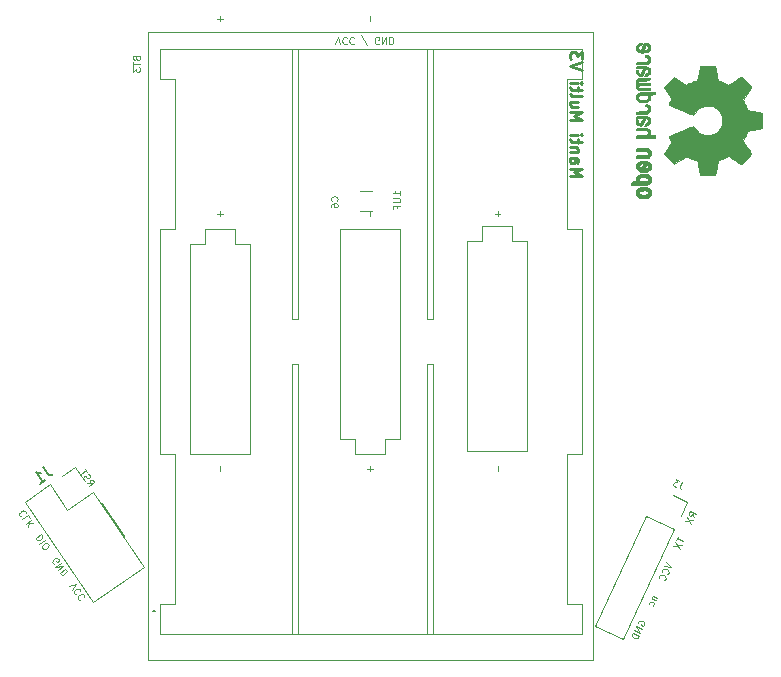
<source format=gbo>
G04 #@! TF.GenerationSoftware,KiCad,Pcbnew,(5.0.0)*
G04 #@! TF.CreationDate,2018-09-08T09:56:40+02:00*
G04 #@! TF.ProjectId,v9,76392E6B696361645F70636200000000,3*
G04 #@! TF.SameCoordinates,Original*
G04 #@! TF.FileFunction,Legend,Bot*
G04 #@! TF.FilePolarity,Positive*
%FSLAX46Y46*%
G04 Gerber Fmt 4.6, Leading zero omitted, Abs format (unit mm)*
G04 Created by KiCad (PCBNEW (5.0.0)) date 09/08/18 09:56:40*
%MOMM*%
%LPD*%
G01*
G04 APERTURE LIST*
%ADD10C,0.200000*%
%ADD11C,0.250000*%
%ADD12C,0.101600*%
%ADD13C,0.120000*%
%ADD14C,0.010000*%
%ADD15C,0.150000*%
G04 APERTURE END LIST*
D10*
X50875000Y-78300000D02*
X52725000Y-80975000D01*
D11*
X90487619Y-50568095D02*
X91487619Y-50568095D01*
X90773333Y-50234761D01*
X91487619Y-49901428D01*
X90487619Y-49901428D01*
X90487619Y-48996666D02*
X91011428Y-48996666D01*
X91106666Y-49044285D01*
X91154285Y-49139523D01*
X91154285Y-49330000D01*
X91106666Y-49425238D01*
X90535238Y-48996666D02*
X90487619Y-49091904D01*
X90487619Y-49330000D01*
X90535238Y-49425238D01*
X90630476Y-49472857D01*
X90725714Y-49472857D01*
X90820952Y-49425238D01*
X90868571Y-49330000D01*
X90868571Y-49091904D01*
X90916190Y-48996666D01*
X91154285Y-48520476D02*
X90487619Y-48520476D01*
X91059047Y-48520476D02*
X91106666Y-48472857D01*
X91154285Y-48377619D01*
X91154285Y-48234761D01*
X91106666Y-48139523D01*
X91011428Y-48091904D01*
X90487619Y-48091904D01*
X91154285Y-47758571D02*
X91154285Y-47377619D01*
X91487619Y-47615714D02*
X90630476Y-47615714D01*
X90535238Y-47568095D01*
X90487619Y-47472857D01*
X90487619Y-47377619D01*
X90487619Y-47044285D02*
X91154285Y-47044285D01*
X91487619Y-47044285D02*
X91440000Y-47091904D01*
X91392380Y-47044285D01*
X91440000Y-46996666D01*
X91487619Y-47044285D01*
X91392380Y-47044285D01*
X90487619Y-45806190D02*
X91487619Y-45806190D01*
X90773333Y-45472857D01*
X91487619Y-45139523D01*
X90487619Y-45139523D01*
X91154285Y-44234761D02*
X90487619Y-44234761D01*
X91154285Y-44663333D02*
X90630476Y-44663333D01*
X90535238Y-44615714D01*
X90487619Y-44520476D01*
X90487619Y-44377619D01*
X90535238Y-44282380D01*
X90582857Y-44234761D01*
X90487619Y-43615714D02*
X90535238Y-43710952D01*
X90630476Y-43758571D01*
X91487619Y-43758571D01*
X91154285Y-43377619D02*
X91154285Y-42996666D01*
X91487619Y-43234761D02*
X90630476Y-43234761D01*
X90535238Y-43187142D01*
X90487619Y-43091904D01*
X90487619Y-42996666D01*
X90487619Y-42663333D02*
X91154285Y-42663333D01*
X91487619Y-42663333D02*
X91440000Y-42710952D01*
X91392380Y-42663333D01*
X91440000Y-42615714D01*
X91487619Y-42663333D01*
X91392380Y-42663333D01*
X91487619Y-41568095D02*
X90487619Y-41234761D01*
X91487619Y-40901428D01*
X91487619Y-40663333D02*
X91487619Y-40044285D01*
X91106666Y-40377619D01*
X91106666Y-40234761D01*
X91059047Y-40139523D01*
X91011428Y-40091904D01*
X90916190Y-40044285D01*
X90678095Y-40044285D01*
X90582857Y-40091904D01*
X90535238Y-40139523D01*
X90487619Y-40234761D01*
X90487619Y-40520476D01*
X90535238Y-40615714D01*
X90582857Y-40663333D01*
D12*
X44393414Y-79084910D02*
X44400245Y-79046166D01*
X44375164Y-78961846D01*
X44343252Y-78916270D01*
X44272594Y-78863862D01*
X44195106Y-78850198D01*
X44133573Y-78859323D01*
X44026465Y-78900361D01*
X43958101Y-78948230D01*
X43882905Y-79034843D01*
X43853285Y-79089544D01*
X43839622Y-79167032D01*
X43864703Y-79251353D01*
X43896616Y-79296929D01*
X43967273Y-79349337D01*
X44006017Y-79356168D01*
X44742160Y-79485970D02*
X44582597Y-79258090D01*
X44104048Y-79593173D01*
X44853855Y-79645487D02*
X44375306Y-79980570D01*
X45045331Y-79918943D02*
X44628267Y-79905327D01*
X44566782Y-80254026D02*
X44648762Y-79789094D01*
X45699541Y-80853252D02*
X45220993Y-81188335D01*
X45300774Y-81302276D01*
X45371431Y-81354683D01*
X45448920Y-81368347D01*
X45510453Y-81359222D01*
X45617561Y-81318185D01*
X45685925Y-81270316D01*
X45761121Y-81183702D01*
X45790741Y-81129001D01*
X45804404Y-81051513D01*
X45779323Y-80967192D01*
X45699541Y-80853252D01*
X46034625Y-81331801D02*
X45556076Y-81666884D01*
X45779465Y-81985916D02*
X45843290Y-82077069D01*
X45897991Y-82106688D01*
X45975480Y-82120352D01*
X46082588Y-82079314D01*
X46242104Y-81967620D01*
X46317300Y-81881006D01*
X46330964Y-81803518D01*
X46321839Y-81741985D01*
X46258014Y-81650833D01*
X46203313Y-81621213D01*
X46125824Y-81607550D01*
X46018716Y-81648587D01*
X45859199Y-81760282D01*
X45784004Y-81846895D01*
X45770340Y-81924384D01*
X45779465Y-81985916D01*
X46775590Y-83360030D02*
X46720890Y-83330410D01*
X46673021Y-83262046D01*
X46647939Y-83177726D01*
X46661603Y-83100237D01*
X46691223Y-83045536D01*
X46766418Y-82958923D01*
X46834782Y-82911054D01*
X46941891Y-82870016D01*
X47003423Y-82860892D01*
X47080912Y-82874555D01*
X47151569Y-82926963D01*
X47183482Y-82972539D01*
X47208563Y-83056859D01*
X47201731Y-83095604D01*
X47042215Y-83207298D01*
X46978390Y-83116146D01*
X47390914Y-83268783D02*
X46912366Y-83603867D01*
X47582391Y-83542240D01*
X47103842Y-83877323D01*
X47741954Y-83770120D02*
X47263405Y-84105203D01*
X47343187Y-84219143D01*
X47413844Y-84271551D01*
X47491333Y-84285214D01*
X47552865Y-84276090D01*
X47659974Y-84235052D01*
X47728338Y-84187183D01*
X47803534Y-84100570D01*
X47833154Y-84045869D01*
X47846817Y-83968380D01*
X47821736Y-83884060D01*
X47741954Y-83770120D01*
X48061223Y-85244605D02*
X48651466Y-85069038D01*
X48284612Y-85563637D01*
X49020755Y-85693439D02*
X49027587Y-85654695D01*
X49002506Y-85570374D01*
X48970593Y-85524798D01*
X48899936Y-85472390D01*
X48822447Y-85458727D01*
X48760915Y-85467852D01*
X48653806Y-85508889D01*
X48585442Y-85556758D01*
X48510246Y-85643372D01*
X48480627Y-85698072D01*
X48466963Y-85775561D01*
X48492044Y-85859882D01*
X48523957Y-85905458D01*
X48594614Y-85957865D01*
X48633359Y-85964697D01*
X49355838Y-86171988D02*
X49362670Y-86133243D01*
X49337589Y-86048923D01*
X49305676Y-86003347D01*
X49235019Y-85950939D01*
X49157531Y-85937276D01*
X49095998Y-85946400D01*
X48988890Y-85987438D01*
X48920526Y-86035307D01*
X48845330Y-86121920D01*
X48815710Y-86176621D01*
X48802047Y-86254110D01*
X48827128Y-86338430D01*
X48859040Y-86384006D01*
X48929698Y-86436414D01*
X48968442Y-86443246D01*
D10*
X55135000Y-87325000D02*
X55310000Y-87325000D01*
D12*
X70614285Y-39378571D02*
X70814285Y-38778571D01*
X71014285Y-39378571D01*
X71557142Y-38835714D02*
X71528571Y-38807142D01*
X71442857Y-38778571D01*
X71385714Y-38778571D01*
X71300000Y-38807142D01*
X71242857Y-38864285D01*
X71214285Y-38921428D01*
X71185714Y-39035714D01*
X71185714Y-39121428D01*
X71214285Y-39235714D01*
X71242857Y-39292857D01*
X71300000Y-39350000D01*
X71385714Y-39378571D01*
X71442857Y-39378571D01*
X71528571Y-39350000D01*
X71557142Y-39321428D01*
X72157142Y-38835714D02*
X72128571Y-38807142D01*
X72042857Y-38778571D01*
X71985714Y-38778571D01*
X71900000Y-38807142D01*
X71842857Y-38864285D01*
X71814285Y-38921428D01*
X71785714Y-39035714D01*
X71785714Y-39121428D01*
X71814285Y-39235714D01*
X71842857Y-39292857D01*
X71900000Y-39350000D01*
X71985714Y-39378571D01*
X72042857Y-39378571D01*
X72128571Y-39350000D01*
X72157142Y-39321428D01*
X73300000Y-39407142D02*
X72785714Y-38635714D01*
X74271428Y-39350000D02*
X74214285Y-39378571D01*
X74128571Y-39378571D01*
X74042857Y-39350000D01*
X73985714Y-39292857D01*
X73957142Y-39235714D01*
X73928571Y-39121428D01*
X73928571Y-39035714D01*
X73957142Y-38921428D01*
X73985714Y-38864285D01*
X74042857Y-38807142D01*
X74128571Y-38778571D01*
X74185714Y-38778571D01*
X74271428Y-38807142D01*
X74300000Y-38835714D01*
X74300000Y-39035714D01*
X74185714Y-39035714D01*
X74557142Y-38778571D02*
X74557142Y-39378571D01*
X74900000Y-38778571D01*
X74900000Y-39378571D01*
X75185714Y-38778571D02*
X75185714Y-39378571D01*
X75328571Y-39378571D01*
X75414285Y-39350000D01*
X75471428Y-39292857D01*
X75500000Y-39235714D01*
X75528571Y-39121428D01*
X75528571Y-39035714D01*
X75500000Y-38921428D01*
X75471428Y-38864285D01*
X75414285Y-38807142D01*
X75328571Y-38778571D01*
X75185714Y-38778571D01*
X49542011Y-76513647D02*
X49881586Y-76513600D01*
X49733487Y-76787104D02*
X50212036Y-76452020D01*
X50084385Y-76269716D01*
X50029685Y-76240096D01*
X49990940Y-76233265D01*
X49929408Y-76242389D01*
X49861044Y-76290258D01*
X49831424Y-76344959D01*
X49824592Y-76383703D01*
X49833717Y-76445236D01*
X49961368Y-76627540D01*
X49437148Y-76315387D02*
X49366491Y-76262979D01*
X49286710Y-76149039D01*
X49277585Y-76087506D01*
X49284417Y-76048762D01*
X49314036Y-75994061D01*
X49359612Y-75962148D01*
X49421145Y-75953024D01*
X49459889Y-75959855D01*
X49514590Y-75989475D01*
X49601203Y-76064671D01*
X49655904Y-76094291D01*
X49694648Y-76101122D01*
X49756181Y-76091998D01*
X49801757Y-76060085D01*
X49831377Y-76005384D01*
X49838208Y-75966640D01*
X49829084Y-75905107D01*
X49749302Y-75791167D01*
X49678645Y-75738760D01*
X49605695Y-75586075D02*
X49414219Y-75312619D01*
X49031408Y-75784430D02*
X49509957Y-75449347D01*
X100992373Y-79444591D02*
X100822545Y-79150534D01*
X101133455Y-79142039D02*
X100603990Y-78895146D01*
X100509936Y-79096847D01*
X100511635Y-79159029D01*
X100525090Y-79195998D01*
X100563759Y-79244725D01*
X100639397Y-79279995D01*
X100701579Y-79278296D01*
X100738548Y-79264840D01*
X100787274Y-79226172D01*
X100881329Y-79024471D01*
X100380610Y-79374186D02*
X100745480Y-79974056D01*
X100216015Y-79727162D02*
X100910075Y-79621079D01*
X99592902Y-81063431D02*
X99451820Y-81365982D01*
X100051826Y-81461600D02*
X99522361Y-81214707D01*
X99393036Y-81492046D02*
X99757905Y-82091916D01*
X99228440Y-81845022D02*
X99922501Y-81738939D01*
X98605328Y-83181291D02*
X99052495Y-83604673D01*
X98440732Y-83534268D01*
X98696392Y-84236687D02*
X98733361Y-84223232D01*
X98793845Y-84159351D01*
X98817358Y-84108925D01*
X98827416Y-84021531D01*
X98800505Y-83947592D01*
X98761836Y-83898865D01*
X98672743Y-83826626D01*
X98597105Y-83791355D01*
X98484497Y-83769540D01*
X98422315Y-83771239D01*
X98348376Y-83798151D01*
X98287893Y-83862032D01*
X98264380Y-83912457D01*
X98254322Y-83999852D01*
X98267777Y-84036821D01*
X98449498Y-84766152D02*
X98486468Y-84752697D01*
X98546951Y-84688816D01*
X98570465Y-84638390D01*
X98580523Y-84550996D01*
X98553611Y-84477057D01*
X98514943Y-84428331D01*
X98425849Y-84356091D01*
X98350211Y-84320820D01*
X98237604Y-84299005D01*
X98175422Y-84300704D01*
X98101483Y-84327616D01*
X98041000Y-84391497D01*
X98017486Y-84441922D01*
X98007428Y-84529317D01*
X98020884Y-84566286D01*
X97476807Y-86062190D02*
X97829784Y-86226785D01*
X97527232Y-86085703D02*
X97490263Y-86099159D01*
X97441537Y-86137828D01*
X97406266Y-86213465D01*
X97407965Y-86275648D01*
X97446634Y-86324374D01*
X97723972Y-86453699D01*
X97475380Y-86920982D02*
X97524106Y-86882314D01*
X97571133Y-86781463D01*
X97569435Y-86719281D01*
X97555979Y-86682312D01*
X97517310Y-86633585D01*
X97366035Y-86563044D01*
X97303853Y-86564743D01*
X97266883Y-86578199D01*
X97218157Y-86616867D01*
X97171129Y-86717718D01*
X97172828Y-86779900D01*
X96196875Y-88412060D02*
X96195176Y-88349878D01*
X96230447Y-88274240D01*
X96290930Y-88210359D01*
X96364869Y-88183448D01*
X96427051Y-88181749D01*
X96539658Y-88203563D01*
X96615296Y-88238834D01*
X96704390Y-88311074D01*
X96743058Y-88359800D01*
X96769970Y-88433739D01*
X96759912Y-88521134D01*
X96736398Y-88571559D01*
X96675915Y-88635440D01*
X96638945Y-88648896D01*
X96462457Y-88566598D01*
X96509484Y-88465748D01*
X96583559Y-88899323D02*
X96054094Y-88652430D01*
X96442477Y-89201875D01*
X95913012Y-88954981D01*
X96324909Y-89454001D02*
X95795444Y-89207107D01*
X95736660Y-89333170D01*
X95726602Y-89420565D01*
X95753513Y-89494504D01*
X95792182Y-89543230D01*
X95881275Y-89615470D01*
X95956913Y-89650741D01*
X96069520Y-89672555D01*
X96131702Y-89670856D01*
X96205641Y-89643945D01*
X96266125Y-89580064D01*
X96324909Y-89454001D01*
D13*
G04 #@! TO.C,BT3*
X92450000Y-91525000D02*
X54750000Y-91525000D01*
X92450000Y-38325000D02*
X92450000Y-91525000D01*
X54750000Y-38325000D02*
X92450000Y-38325000D01*
X54750000Y-91525000D02*
X54750000Y-38325000D01*
X78834000Y-66425000D02*
X78834000Y-89285000D01*
X78326000Y-66425000D02*
X78834000Y-66425000D01*
X78326000Y-89285000D02*
X78326000Y-66425000D01*
X78834000Y-62615000D02*
X78834000Y-39755000D01*
X78326000Y-62615000D02*
X78834000Y-62615000D01*
X78326000Y-39755000D02*
X78326000Y-62615000D01*
X81755000Y-73791000D02*
X83025000Y-73791000D01*
X81755000Y-56011000D02*
X81755000Y-73791000D01*
X83025000Y-56011000D02*
X81755000Y-56011000D01*
X83025000Y-54741000D02*
X83025000Y-56011000D01*
X85565000Y-54741000D02*
X83025000Y-54741000D01*
X85565000Y-56011000D02*
X85565000Y-54741000D01*
X86835000Y-56011000D02*
X85565000Y-56011000D01*
X86835000Y-73791000D02*
X86835000Y-56011000D01*
X83025000Y-73791000D02*
X86835000Y-73791000D01*
X83025000Y-73791000D02*
X86835000Y-73791000D01*
X86835000Y-73791000D02*
X86835000Y-56011000D01*
X86835000Y-56011000D02*
X85565000Y-56011000D01*
X85565000Y-56011000D02*
X85565000Y-54741000D01*
X85565000Y-54741000D02*
X83025000Y-54741000D01*
X83025000Y-54741000D02*
X83025000Y-56011000D01*
X83025000Y-56011000D02*
X81755000Y-56011000D01*
X81755000Y-56011000D02*
X81755000Y-73791000D01*
X81755000Y-73791000D02*
X83025000Y-73791000D01*
X58260000Y-74045000D02*
X59530000Y-74045000D01*
X58260000Y-56265000D02*
X58260000Y-74045000D01*
X59530000Y-56265000D02*
X58260000Y-56265000D01*
X59530000Y-54995000D02*
X59530000Y-56265000D01*
X62070000Y-54995000D02*
X59530000Y-54995000D01*
X62070000Y-56265000D02*
X62070000Y-54995000D01*
X63340000Y-56265000D02*
X62070000Y-56265000D01*
X63340000Y-74045000D02*
X63340000Y-56265000D01*
X59530000Y-74045000D02*
X63340000Y-74045000D01*
X78580000Y-39755000D02*
X91470500Y-39755000D01*
X78580000Y-89285000D02*
X91480000Y-89285000D01*
X76040000Y-54995000D02*
X70960000Y-54995000D01*
X70960000Y-54995000D02*
X70960000Y-72775000D01*
X70960000Y-72775000D02*
X72230000Y-72775000D01*
X72230000Y-72775000D02*
X72230000Y-74045000D01*
X72230000Y-74045000D02*
X74770000Y-74045000D01*
X74770000Y-74045000D02*
X74770000Y-72775000D01*
X74770000Y-72775000D02*
X76040000Y-72775000D01*
X76040000Y-72775000D02*
X76040000Y-54995000D01*
X59530000Y-74045000D02*
X63340000Y-74045000D01*
X63340000Y-74045000D02*
X63340000Y-56265000D01*
X63340000Y-56265000D02*
X62070000Y-56265000D01*
X62070000Y-56265000D02*
X62070000Y-54995000D01*
X62070000Y-54995000D02*
X59530000Y-54995000D01*
X59530000Y-54995000D02*
X59530000Y-56265000D01*
X59530000Y-56265000D02*
X58260000Y-56265000D01*
X58260000Y-56265000D02*
X58260000Y-74045000D01*
X58260000Y-74045000D02*
X59530000Y-74045000D01*
X66896000Y-39755000D02*
X66896000Y-62615000D01*
X66896000Y-62615000D02*
X67404000Y-62615000D01*
X67404000Y-62615000D02*
X67404000Y-39755000D01*
X66896000Y-89285000D02*
X66896000Y-66425000D01*
X66896000Y-66425000D02*
X67404000Y-66425000D01*
X67404000Y-66425000D02*
X67404000Y-89285000D01*
X90210000Y-54995000D02*
X91480000Y-54995000D01*
X91480000Y-54995000D02*
X91480000Y-74045000D01*
X91480000Y-74045000D02*
X90210000Y-74045000D01*
X56990000Y-86745000D02*
X56990000Y-74045000D01*
X56990000Y-74045000D02*
X55720000Y-74045000D01*
X55720000Y-74045000D02*
X55720000Y-54995000D01*
X55720000Y-54995000D02*
X56990000Y-54995000D01*
X90210000Y-86745000D02*
X90210000Y-74045000D01*
X56990000Y-42295000D02*
X56990000Y-54995000D01*
X56990000Y-42295000D02*
X55720000Y-42295000D01*
X55720000Y-42295000D02*
X55720000Y-39755000D01*
X55720000Y-39755000D02*
X78580000Y-39755000D01*
X91470500Y-39755000D02*
X91470500Y-42295000D01*
X91470500Y-42295000D02*
X90210000Y-42295000D01*
X90210000Y-42295000D02*
X90210000Y-54995000D01*
X55720000Y-89285000D02*
X55720000Y-86745000D01*
X55720000Y-86745000D02*
X56990000Y-86745000D01*
X55720000Y-89285000D02*
X78580000Y-89285000D01*
X91480000Y-89285000D02*
X91480000Y-86745000D01*
X91480000Y-86745000D02*
X90210000Y-86745000D01*
G04 #@! TO.C,C6*
X73700000Y-53475000D02*
X72700000Y-53475000D01*
X72700000Y-51775000D02*
X73700000Y-51775000D01*
G04 #@! TO.C,J3*
X94999506Y-89725559D02*
X92588727Y-88601394D01*
X99318664Y-80463093D02*
X94999506Y-89725559D01*
X96907885Y-79338929D02*
X92588727Y-88601394D01*
X99318664Y-80463093D02*
X96907885Y-79338929D01*
X99855389Y-79312082D02*
X100417472Y-78106693D01*
X100417472Y-78106693D02*
X99212082Y-77544611D01*
D14*
G04 #@! TO.C,REF\002A\002A\002A*
G36*
X97328097Y-50658100D02*
X97272478Y-50546550D01*
X97170069Y-50448092D01*
X97132136Y-50420977D01*
X97082500Y-50391438D01*
X97028588Y-50372272D01*
X96956636Y-50361307D01*
X96852878Y-50356371D01*
X96715899Y-50355287D01*
X96528185Y-50360182D01*
X96387242Y-50377196D01*
X96282092Y-50409823D01*
X96201757Y-50461558D01*
X96135259Y-50535896D01*
X96131322Y-50541358D01*
X96091047Y-50614620D01*
X96071120Y-50702840D01*
X96066207Y-50815038D01*
X96066207Y-50997433D01*
X95889143Y-50997509D01*
X95790530Y-50999207D01*
X95732686Y-51009550D01*
X95697994Y-51036578D01*
X95668836Y-51088332D01*
X95662879Y-51100761D01*
X95634961Y-51158923D01*
X95617328Y-51203956D01*
X95615806Y-51237441D01*
X95636219Y-51260962D01*
X95684393Y-51276100D01*
X95766154Y-51284437D01*
X95887328Y-51287556D01*
X96053740Y-51287040D01*
X96271215Y-51284471D01*
X96336264Y-51283668D01*
X96560498Y-51280778D01*
X96707179Y-51278188D01*
X96707179Y-50997586D01*
X96582674Y-50996009D01*
X96501213Y-50989000D01*
X96447485Y-50973142D01*
X96406177Y-50945019D01*
X96386029Y-50925925D01*
X96327079Y-50847865D01*
X96322280Y-50778753D01*
X96370962Y-50707440D01*
X96372759Y-50705632D01*
X96410382Y-50676617D01*
X96461516Y-50658967D01*
X96540262Y-50650064D01*
X96660724Y-50647291D01*
X96687412Y-50647241D01*
X96853417Y-50653942D01*
X96968495Y-50675752D01*
X97038746Y-50715235D01*
X97070271Y-50774956D01*
X97073448Y-50809472D01*
X97058540Y-50891389D01*
X97009452Y-50947579D01*
X96919638Y-50981402D01*
X96782555Y-50996220D01*
X96707179Y-50997586D01*
X96707179Y-51278188D01*
X96734048Y-51277713D01*
X96864618Y-51273753D01*
X96959913Y-51268174D01*
X97027636Y-51260254D01*
X97075493Y-51249269D01*
X97111187Y-51234499D01*
X97142422Y-51215218D01*
X97154176Y-51206951D01*
X97265203Y-51097288D01*
X97328153Y-50958635D01*
X97345703Y-50798246D01*
X97328097Y-50658100D01*
X97328097Y-50658100D01*
G37*
X97328097Y-50658100D02*
X97272478Y-50546550D01*
X97170069Y-50448092D01*
X97132136Y-50420977D01*
X97082500Y-50391438D01*
X97028588Y-50372272D01*
X96956636Y-50361307D01*
X96852878Y-50356371D01*
X96715899Y-50355287D01*
X96528185Y-50360182D01*
X96387242Y-50377196D01*
X96282092Y-50409823D01*
X96201757Y-50461558D01*
X96135259Y-50535896D01*
X96131322Y-50541358D01*
X96091047Y-50614620D01*
X96071120Y-50702840D01*
X96066207Y-50815038D01*
X96066207Y-50997433D01*
X95889143Y-50997509D01*
X95790530Y-50999207D01*
X95732686Y-51009550D01*
X95697994Y-51036578D01*
X95668836Y-51088332D01*
X95662879Y-51100761D01*
X95634961Y-51158923D01*
X95617328Y-51203956D01*
X95615806Y-51237441D01*
X95636219Y-51260962D01*
X95684393Y-51276100D01*
X95766154Y-51284437D01*
X95887328Y-51287556D01*
X96053740Y-51287040D01*
X96271215Y-51284471D01*
X96336264Y-51283668D01*
X96560498Y-51280778D01*
X96707179Y-51278188D01*
X96707179Y-50997586D01*
X96582674Y-50996009D01*
X96501213Y-50989000D01*
X96447485Y-50973142D01*
X96406177Y-50945019D01*
X96386029Y-50925925D01*
X96327079Y-50847865D01*
X96322280Y-50778753D01*
X96370962Y-50707440D01*
X96372759Y-50705632D01*
X96410382Y-50676617D01*
X96461516Y-50658967D01*
X96540262Y-50650064D01*
X96660724Y-50647291D01*
X96687412Y-50647241D01*
X96853417Y-50653942D01*
X96968495Y-50675752D01*
X97038746Y-50715235D01*
X97070271Y-50774956D01*
X97073448Y-50809472D01*
X97058540Y-50891389D01*
X97009452Y-50947579D01*
X96919638Y-50981402D01*
X96782555Y-50996220D01*
X96707179Y-50997586D01*
X96707179Y-51278188D01*
X96734048Y-51277713D01*
X96864618Y-51273753D01*
X96959913Y-51268174D01*
X97027636Y-51260254D01*
X97075493Y-51249269D01*
X97111187Y-51234499D01*
X97142422Y-51215218D01*
X97154176Y-51206951D01*
X97265203Y-51097288D01*
X97328153Y-50958635D01*
X97345703Y-50798246D01*
X97328097Y-50658100D01*
G36*
X97312281Y-48412571D02*
X97258086Y-48318877D01*
X97204293Y-48253736D01*
X97147934Y-48206093D01*
X97079013Y-48173272D01*
X96987532Y-48152594D01*
X96863494Y-48141380D01*
X96696902Y-48136951D01*
X96577149Y-48136437D01*
X96136341Y-48136437D01*
X96080717Y-48260517D01*
X96025093Y-48384598D01*
X96507905Y-48399195D01*
X96688221Y-48405227D01*
X96819099Y-48411555D01*
X96909489Y-48419394D01*
X96968336Y-48429963D01*
X97004587Y-48444477D01*
X97027190Y-48464152D01*
X97032083Y-48470465D01*
X97070294Y-48566112D01*
X97055173Y-48662793D01*
X97015057Y-48720345D01*
X96986630Y-48743755D01*
X96949328Y-48759961D01*
X96892777Y-48770259D01*
X96806606Y-48775951D01*
X96680442Y-48778336D01*
X96548958Y-48778736D01*
X96384001Y-48778814D01*
X96267239Y-48781639D01*
X96188490Y-48791093D01*
X96137569Y-48811060D01*
X96104294Y-48845424D01*
X96078480Y-48898068D01*
X96051656Y-48968383D01*
X96022458Y-49045180D01*
X96540654Y-49036038D01*
X96727461Y-49032357D01*
X96865510Y-49028050D01*
X96964432Y-49021877D01*
X97033855Y-49012598D01*
X97083410Y-48998973D01*
X97122727Y-48979761D01*
X97157416Y-48956598D01*
X97268230Y-48844848D01*
X97332311Y-48708487D01*
X97347661Y-48560175D01*
X97312281Y-48412571D01*
X97312281Y-48412571D01*
G37*
X97312281Y-48412571D02*
X97258086Y-48318877D01*
X97204293Y-48253736D01*
X97147934Y-48206093D01*
X97079013Y-48173272D01*
X96987532Y-48152594D01*
X96863494Y-48141380D01*
X96696902Y-48136951D01*
X96577149Y-48136437D01*
X96136341Y-48136437D01*
X96080717Y-48260517D01*
X96025093Y-48384598D01*
X96507905Y-48399195D01*
X96688221Y-48405227D01*
X96819099Y-48411555D01*
X96909489Y-48419394D01*
X96968336Y-48429963D01*
X97004587Y-48444477D01*
X97027190Y-48464152D01*
X97032083Y-48470465D01*
X97070294Y-48566112D01*
X97055173Y-48662793D01*
X97015057Y-48720345D01*
X96986630Y-48743755D01*
X96949328Y-48759961D01*
X96892777Y-48770259D01*
X96806606Y-48775951D01*
X96680442Y-48778336D01*
X96548958Y-48778736D01*
X96384001Y-48778814D01*
X96267239Y-48781639D01*
X96188490Y-48791093D01*
X96137569Y-48811060D01*
X96104294Y-48845424D01*
X96078480Y-48898068D01*
X96051656Y-48968383D01*
X96022458Y-49045180D01*
X96540654Y-49036038D01*
X96727461Y-49032357D01*
X96865510Y-49028050D01*
X96964432Y-49021877D01*
X97033855Y-49012598D01*
X97083410Y-48998973D01*
X97122727Y-48979761D01*
X97157416Y-48956598D01*
X97268230Y-48844848D01*
X97332311Y-48708487D01*
X97347661Y-48560175D01*
X97312281Y-48412571D01*
G36*
X97323985Y-51781779D02*
X97252032Y-51644939D01*
X97136234Y-51543949D01*
X97061787Y-51508075D01*
X96950008Y-51480161D01*
X96808773Y-51465871D01*
X96654629Y-51464516D01*
X96504121Y-51475405D01*
X96373795Y-51497847D01*
X96280197Y-51531150D01*
X96264078Y-51541385D01*
X96143751Y-51662618D01*
X96071683Y-51806613D01*
X96050592Y-51962861D01*
X96083198Y-52120852D01*
X96102747Y-52164820D01*
X96162988Y-52250444D01*
X96242865Y-52325592D01*
X96252996Y-52332694D01*
X96301819Y-52361561D01*
X96354010Y-52380643D01*
X96422715Y-52391916D01*
X96521082Y-52397355D01*
X96662256Y-52398938D01*
X96693908Y-52398965D01*
X96703981Y-52398893D01*
X96703981Y-52107011D01*
X96570744Y-52105313D01*
X96482326Y-52098628D01*
X96425215Y-52084575D01*
X96385898Y-52060771D01*
X96372759Y-52048621D01*
X96322828Y-51978764D01*
X96325105Y-51910941D01*
X96368416Y-51842365D01*
X96414654Y-51801465D01*
X96482143Y-51777242D01*
X96588567Y-51763639D01*
X96600980Y-51762706D01*
X96793853Y-51760384D01*
X96937100Y-51784650D01*
X97029840Y-51835176D01*
X97071193Y-51911632D01*
X97073448Y-51938924D01*
X97062107Y-52010589D01*
X97022816Y-52059610D01*
X96947674Y-52089582D01*
X96828778Y-52104101D01*
X96703981Y-52107011D01*
X96703981Y-52398893D01*
X96844341Y-52397878D01*
X96949451Y-52393312D01*
X97022286Y-52383312D01*
X97075892Y-52365921D01*
X97123319Y-52339184D01*
X97132136Y-52333276D01*
X97250993Y-52233968D01*
X97319992Y-52125758D01*
X97347381Y-51994019D01*
X97348719Y-51949283D01*
X97323985Y-51781779D01*
X97323985Y-51781779D01*
G37*
X97323985Y-51781779D02*
X97252032Y-51644939D01*
X97136234Y-51543949D01*
X97061787Y-51508075D01*
X96950008Y-51480161D01*
X96808773Y-51465871D01*
X96654629Y-51464516D01*
X96504121Y-51475405D01*
X96373795Y-51497847D01*
X96280197Y-51531150D01*
X96264078Y-51541385D01*
X96143751Y-51662618D01*
X96071683Y-51806613D01*
X96050592Y-51962861D01*
X96083198Y-52120852D01*
X96102747Y-52164820D01*
X96162988Y-52250444D01*
X96242865Y-52325592D01*
X96252996Y-52332694D01*
X96301819Y-52361561D01*
X96354010Y-52380643D01*
X96422715Y-52391916D01*
X96521082Y-52397355D01*
X96662256Y-52398938D01*
X96693908Y-52398965D01*
X96703981Y-52398893D01*
X96703981Y-52107011D01*
X96570744Y-52105313D01*
X96482326Y-52098628D01*
X96425215Y-52084575D01*
X96385898Y-52060771D01*
X96372759Y-52048621D01*
X96322828Y-51978764D01*
X96325105Y-51910941D01*
X96368416Y-51842365D01*
X96414654Y-51801465D01*
X96482143Y-51777242D01*
X96588567Y-51763639D01*
X96600980Y-51762706D01*
X96793853Y-51760384D01*
X96937100Y-51784650D01*
X97029840Y-51835176D01*
X97071193Y-51911632D01*
X97073448Y-51938924D01*
X97062107Y-52010589D01*
X97022816Y-52059610D01*
X96947674Y-52089582D01*
X96828778Y-52104101D01*
X96703981Y-52107011D01*
X96703981Y-52398893D01*
X96844341Y-52397878D01*
X96949451Y-52393312D01*
X97022286Y-52383312D01*
X97075892Y-52365921D01*
X97123319Y-52339184D01*
X97132136Y-52333276D01*
X97250993Y-52233968D01*
X97319992Y-52125758D01*
X97347381Y-51994019D01*
X97348719Y-51949283D01*
X97323985Y-51781779D01*
G36*
X97305324Y-49514448D02*
X97227889Y-49399342D01*
X97116051Y-49310389D01*
X96973735Y-49257251D01*
X96868985Y-49246503D01*
X96825274Y-49247724D01*
X96791806Y-49257944D01*
X96761821Y-49286039D01*
X96728560Y-49340884D01*
X96685262Y-49431355D01*
X96625167Y-49566328D01*
X96624866Y-49567011D01*
X96567963Y-49691249D01*
X96517435Y-49793127D01*
X96478720Y-49862233D01*
X96457260Y-49888154D01*
X96457087Y-49888161D01*
X96410356Y-49865315D01*
X96358846Y-49811891D01*
X96321739Y-49750558D01*
X96314368Y-49719485D01*
X96339862Y-49634711D01*
X96403709Y-49561707D01*
X96473906Y-49526087D01*
X96525657Y-49491820D01*
X96584591Y-49424697D01*
X96635504Y-49345792D01*
X96663191Y-49276179D01*
X96664713Y-49261623D01*
X96639679Y-49245237D01*
X96575689Y-49244250D01*
X96489407Y-49256292D01*
X96397499Y-49278993D01*
X96316631Y-49309986D01*
X96313491Y-49311552D01*
X96183266Y-49404819D01*
X96094689Y-49525696D01*
X96051214Y-49662973D01*
X96056294Y-49805440D01*
X96113384Y-49941888D01*
X96117398Y-49947955D01*
X96214674Y-50055290D01*
X96341591Y-50125868D01*
X96508474Y-50164926D01*
X96555361Y-50170168D01*
X96776671Y-50179452D01*
X96879876Y-50168322D01*
X96879876Y-49888161D01*
X96815497Y-49884521D01*
X96796709Y-49864611D01*
X96810765Y-49814974D01*
X96843991Y-49736733D01*
X96885641Y-49649274D01*
X96886744Y-49647101D01*
X96925735Y-49572970D01*
X96951756Y-49543219D01*
X96979035Y-49550555D01*
X97014879Y-49581447D01*
X97066749Y-49660040D01*
X97070561Y-49744677D01*
X97032811Y-49820597D01*
X96959999Y-49873035D01*
X96879876Y-49888161D01*
X96879876Y-50168322D01*
X96953739Y-50160356D01*
X97094171Y-50111366D01*
X97192553Y-50043164D01*
X97291970Y-49920065D01*
X97341289Y-49784472D01*
X97344432Y-49646045D01*
X97305324Y-49514448D01*
X97305324Y-49514448D01*
G37*
X97305324Y-49514448D02*
X97227889Y-49399342D01*
X97116051Y-49310389D01*
X96973735Y-49257251D01*
X96868985Y-49246503D01*
X96825274Y-49247724D01*
X96791806Y-49257944D01*
X96761821Y-49286039D01*
X96728560Y-49340884D01*
X96685262Y-49431355D01*
X96625167Y-49566328D01*
X96624866Y-49567011D01*
X96567963Y-49691249D01*
X96517435Y-49793127D01*
X96478720Y-49862233D01*
X96457260Y-49888154D01*
X96457087Y-49888161D01*
X96410356Y-49865315D01*
X96358846Y-49811891D01*
X96321739Y-49750558D01*
X96314368Y-49719485D01*
X96339862Y-49634711D01*
X96403709Y-49561707D01*
X96473906Y-49526087D01*
X96525657Y-49491820D01*
X96584591Y-49424697D01*
X96635504Y-49345792D01*
X96663191Y-49276179D01*
X96664713Y-49261623D01*
X96639679Y-49245237D01*
X96575689Y-49244250D01*
X96489407Y-49256292D01*
X96397499Y-49278993D01*
X96316631Y-49309986D01*
X96313491Y-49311552D01*
X96183266Y-49404819D01*
X96094689Y-49525696D01*
X96051214Y-49662973D01*
X96056294Y-49805440D01*
X96113384Y-49941888D01*
X96117398Y-49947955D01*
X96214674Y-50055290D01*
X96341591Y-50125868D01*
X96508474Y-50164926D01*
X96555361Y-50170168D01*
X96776671Y-50179452D01*
X96879876Y-50168322D01*
X96879876Y-49888161D01*
X96815497Y-49884521D01*
X96796709Y-49864611D01*
X96810765Y-49814974D01*
X96843991Y-49736733D01*
X96885641Y-49649274D01*
X96886744Y-49647101D01*
X96925735Y-49572970D01*
X96951756Y-49543219D01*
X96979035Y-49550555D01*
X97014879Y-49581447D01*
X97066749Y-49660040D01*
X97070561Y-49744677D01*
X97032811Y-49820597D01*
X96959999Y-49873035D01*
X96879876Y-49888161D01*
X96879876Y-50168322D01*
X96953739Y-50160356D01*
X97094171Y-50111366D01*
X97192553Y-50043164D01*
X97291970Y-49920065D01*
X97341289Y-49784472D01*
X97344432Y-49646045D01*
X97305324Y-49514448D01*
G36*
X97466143Y-47085402D02*
X97346812Y-47076846D01*
X97276494Y-47067019D01*
X97245821Y-47053401D01*
X97245429Y-47033473D01*
X97249090Y-47027011D01*
X97275602Y-46941060D01*
X97274054Y-46829255D01*
X97246801Y-46715586D01*
X97211545Y-46644490D01*
X97155222Y-46571595D01*
X97091481Y-46518307D01*
X97010490Y-46481725D01*
X96902414Y-46458950D01*
X96757420Y-46447081D01*
X96565674Y-46443218D01*
X96528891Y-46443149D01*
X96115712Y-46443103D01*
X96083661Y-46535046D01*
X96061856Y-46600348D01*
X96051703Y-46636176D01*
X96051609Y-46637230D01*
X96079140Y-46640758D01*
X96155077Y-46643761D01*
X96269435Y-46646010D01*
X96412231Y-46647276D01*
X96499049Y-46647471D01*
X96670227Y-46647877D01*
X96792912Y-46649968D01*
X96877000Y-46655053D01*
X96932386Y-46664440D01*
X96968968Y-46679439D01*
X96996641Y-46701358D01*
X97009968Y-46715043D01*
X97063672Y-46809051D01*
X97067693Y-46911636D01*
X97022275Y-47004710D01*
X97005877Y-47021922D01*
X96975043Y-47047168D01*
X96938469Y-47064680D01*
X96885585Y-47075858D01*
X96805823Y-47082104D01*
X96688615Y-47084818D01*
X96527009Y-47085402D01*
X96115712Y-47085402D01*
X96083661Y-47177345D01*
X96061856Y-47242647D01*
X96051703Y-47278475D01*
X96051609Y-47279529D01*
X96079552Y-47282225D01*
X96158370Y-47284655D01*
X96280547Y-47286722D01*
X96438568Y-47288329D01*
X96624917Y-47289377D01*
X96832080Y-47289769D01*
X96841294Y-47289770D01*
X97630980Y-47289770D01*
X97671003Y-47194885D01*
X97711027Y-47100000D01*
X97466143Y-47085402D01*
X97466143Y-47085402D01*
G37*
X97466143Y-47085402D02*
X97346812Y-47076846D01*
X97276494Y-47067019D01*
X97245821Y-47053401D01*
X97245429Y-47033473D01*
X97249090Y-47027011D01*
X97275602Y-46941060D01*
X97274054Y-46829255D01*
X97246801Y-46715586D01*
X97211545Y-46644490D01*
X97155222Y-46571595D01*
X97091481Y-46518307D01*
X97010490Y-46481725D01*
X96902414Y-46458950D01*
X96757420Y-46447081D01*
X96565674Y-46443218D01*
X96528891Y-46443149D01*
X96115712Y-46443103D01*
X96083661Y-46535046D01*
X96061856Y-46600348D01*
X96051703Y-46636176D01*
X96051609Y-46637230D01*
X96079140Y-46640758D01*
X96155077Y-46643761D01*
X96269435Y-46646010D01*
X96412231Y-46647276D01*
X96499049Y-46647471D01*
X96670227Y-46647877D01*
X96792912Y-46649968D01*
X96877000Y-46655053D01*
X96932386Y-46664440D01*
X96968968Y-46679439D01*
X96996641Y-46701358D01*
X97009968Y-46715043D01*
X97063672Y-46809051D01*
X97067693Y-46911636D01*
X97022275Y-47004710D01*
X97005877Y-47021922D01*
X96975043Y-47047168D01*
X96938469Y-47064680D01*
X96885585Y-47075858D01*
X96805823Y-47082104D01*
X96688615Y-47084818D01*
X96527009Y-47085402D01*
X96115712Y-47085402D01*
X96083661Y-47177345D01*
X96061856Y-47242647D01*
X96051703Y-47278475D01*
X96051609Y-47279529D01*
X96079552Y-47282225D01*
X96158370Y-47284655D01*
X96280547Y-47286722D01*
X96438568Y-47288329D01*
X96624917Y-47289377D01*
X96832080Y-47289769D01*
X96841294Y-47289770D01*
X97630980Y-47289770D01*
X97671003Y-47194885D01*
X97711027Y-47100000D01*
X97466143Y-47085402D01*
G36*
X97265640Y-45750056D02*
X97223158Y-45635657D01*
X97222342Y-45634348D01*
X97170270Y-45563597D01*
X97109416Y-45511364D01*
X97030113Y-45474629D01*
X96922691Y-45450366D01*
X96777483Y-45435555D01*
X96584821Y-45427171D01*
X96557372Y-45426436D01*
X96143479Y-45415880D01*
X96097544Y-45504709D01*
X96066502Y-45568982D01*
X96051794Y-45607790D01*
X96051609Y-45609585D01*
X96078750Y-45616300D01*
X96151959Y-45621635D01*
X96258919Y-45624917D01*
X96345531Y-45625632D01*
X96485838Y-45625649D01*
X96573949Y-45632063D01*
X96615975Y-45654420D01*
X96618025Y-45702268D01*
X96586210Y-45785151D01*
X96527728Y-45910287D01*
X96479155Y-46002303D01*
X96437014Y-46049629D01*
X96391084Y-46063542D01*
X96388811Y-46063563D01*
X96309689Y-46040605D01*
X96266945Y-45972630D01*
X96260754Y-45868602D01*
X96261828Y-45793670D01*
X96240247Y-45754161D01*
X96188409Y-45729522D01*
X96122368Y-45715341D01*
X96084896Y-45735777D01*
X96079533Y-45743472D01*
X96057994Y-45815917D01*
X96054945Y-45917367D01*
X96069222Y-46021843D01*
X96095312Y-46095875D01*
X96182215Y-46198228D01*
X96303184Y-46256409D01*
X96397692Y-46267931D01*
X96482938Y-46259138D01*
X96552524Y-46227320D01*
X96614328Y-46164316D01*
X96676228Y-46061969D01*
X96746103Y-45912118D01*
X96750052Y-45902988D01*
X96812412Y-45768003D01*
X96863554Y-45684706D01*
X96909512Y-45649003D01*
X96956317Y-45656797D01*
X97010002Y-45703993D01*
X97022356Y-45718106D01*
X97070259Y-45812641D01*
X97068242Y-45910594D01*
X97021276Y-45995903D01*
X96934331Y-46052504D01*
X96917266Y-46057763D01*
X96834496Y-46108977D01*
X96794628Y-46173963D01*
X96755118Y-46267931D01*
X96857342Y-46267931D01*
X97005928Y-46239347D01*
X97142216Y-46154505D01*
X97187809Y-46110355D01*
X97246326Y-46009995D01*
X97272816Y-45882365D01*
X97265640Y-45750056D01*
X97265640Y-45750056D01*
G37*
X97265640Y-45750056D02*
X97223158Y-45635657D01*
X97222342Y-45634348D01*
X97170270Y-45563597D01*
X97109416Y-45511364D01*
X97030113Y-45474629D01*
X96922691Y-45450366D01*
X96777483Y-45435555D01*
X96584821Y-45427171D01*
X96557372Y-45426436D01*
X96143479Y-45415880D01*
X96097544Y-45504709D01*
X96066502Y-45568982D01*
X96051794Y-45607790D01*
X96051609Y-45609585D01*
X96078750Y-45616300D01*
X96151959Y-45621635D01*
X96258919Y-45624917D01*
X96345531Y-45625632D01*
X96485838Y-45625649D01*
X96573949Y-45632063D01*
X96615975Y-45654420D01*
X96618025Y-45702268D01*
X96586210Y-45785151D01*
X96527728Y-45910287D01*
X96479155Y-46002303D01*
X96437014Y-46049629D01*
X96391084Y-46063542D01*
X96388811Y-46063563D01*
X96309689Y-46040605D01*
X96266945Y-45972630D01*
X96260754Y-45868602D01*
X96261828Y-45793670D01*
X96240247Y-45754161D01*
X96188409Y-45729522D01*
X96122368Y-45715341D01*
X96084896Y-45735777D01*
X96079533Y-45743472D01*
X96057994Y-45815917D01*
X96054945Y-45917367D01*
X96069222Y-46021843D01*
X96095312Y-46095875D01*
X96182215Y-46198228D01*
X96303184Y-46256409D01*
X96397692Y-46267931D01*
X96482938Y-46259138D01*
X96552524Y-46227320D01*
X96614328Y-46164316D01*
X96676228Y-46061969D01*
X96746103Y-45912118D01*
X96750052Y-45902988D01*
X96812412Y-45768003D01*
X96863554Y-45684706D01*
X96909512Y-45649003D01*
X96956317Y-45656797D01*
X97010002Y-45703993D01*
X97022356Y-45718106D01*
X97070259Y-45812641D01*
X97068242Y-45910594D01*
X97021276Y-45995903D01*
X96934331Y-46052504D01*
X96917266Y-46057763D01*
X96834496Y-46108977D01*
X96794628Y-46173963D01*
X96755118Y-46267931D01*
X96857342Y-46267931D01*
X97005928Y-46239347D01*
X97142216Y-46154505D01*
X97187809Y-46110355D01*
X97246326Y-46009995D01*
X97272816Y-45882365D01*
X97265640Y-45750056D01*
G36*
X97268080Y-44764057D02*
X97219141Y-44631435D01*
X97132581Y-44523990D01*
X97071648Y-44481968D01*
X96959839Y-44436157D01*
X96878994Y-44437109D01*
X96824622Y-44485192D01*
X96815376Y-44502983D01*
X96786550Y-44579796D01*
X96793935Y-44619024D01*
X96842342Y-44632311D01*
X96869080Y-44632988D01*
X96967452Y-44657314D01*
X97036266Y-44720719D01*
X97069502Y-44808846D01*
X97061139Y-44907337D01*
X97017704Y-44987398D01*
X96992928Y-45014439D01*
X96962871Y-45033606D01*
X96917435Y-45046554D01*
X96846524Y-45054936D01*
X96740040Y-45060407D01*
X96587888Y-45064622D01*
X96539713Y-45065713D01*
X96374905Y-45069693D01*
X96258912Y-45074219D01*
X96182167Y-45081005D01*
X96135107Y-45091769D01*
X96108165Y-45108227D01*
X96091777Y-45132094D01*
X96084537Y-45147374D01*
X96059780Y-45212267D01*
X96051609Y-45250466D01*
X96078897Y-45263088D01*
X96161397Y-45270792D01*
X96300059Y-45273620D01*
X96495838Y-45271614D01*
X96526035Y-45270989D01*
X96704651Y-45266579D01*
X96835077Y-45261365D01*
X96927508Y-45253945D01*
X96992142Y-45242918D01*
X97039175Y-45226883D01*
X97078804Y-45204439D01*
X97095785Y-45192698D01*
X97170920Y-45125381D01*
X97229362Y-45050090D01*
X97234464Y-45040872D01*
X97274740Y-44905867D01*
X97268080Y-44764057D01*
X97268080Y-44764057D01*
G37*
X97268080Y-44764057D02*
X97219141Y-44631435D01*
X97132581Y-44523990D01*
X97071648Y-44481968D01*
X96959839Y-44436157D01*
X96878994Y-44437109D01*
X96824622Y-44485192D01*
X96815376Y-44502983D01*
X96786550Y-44579796D01*
X96793935Y-44619024D01*
X96842342Y-44632311D01*
X96869080Y-44632988D01*
X96967452Y-44657314D01*
X97036266Y-44720719D01*
X97069502Y-44808846D01*
X97061139Y-44907337D01*
X97017704Y-44987398D01*
X96992928Y-45014439D01*
X96962871Y-45033606D01*
X96917435Y-45046554D01*
X96846524Y-45054936D01*
X96740040Y-45060407D01*
X96587888Y-45064622D01*
X96539713Y-45065713D01*
X96374905Y-45069693D01*
X96258912Y-45074219D01*
X96182167Y-45081005D01*
X96135107Y-45091769D01*
X96108165Y-45108227D01*
X96091777Y-45132094D01*
X96084537Y-45147374D01*
X96059780Y-45212267D01*
X96051609Y-45250466D01*
X96078897Y-45263088D01*
X96161397Y-45270792D01*
X96300059Y-45273620D01*
X96495838Y-45271614D01*
X96526035Y-45270989D01*
X96704651Y-45266579D01*
X96835077Y-45261365D01*
X96927508Y-45253945D01*
X96992142Y-45242918D01*
X97039175Y-45226883D01*
X97078804Y-45204439D01*
X97095785Y-45192698D01*
X97170920Y-45125381D01*
X97229362Y-45050090D01*
X97234464Y-45040872D01*
X97274740Y-44905867D01*
X97268080Y-44764057D01*
G36*
X97035545Y-43436086D02*
X96817339Y-43436457D01*
X96649481Y-43437892D01*
X96523930Y-43440998D01*
X96432645Y-43446378D01*
X96367585Y-43454638D01*
X96320709Y-43466384D01*
X96283976Y-43482219D01*
X96263009Y-43494210D01*
X96149306Y-43593510D01*
X96078035Y-43719412D01*
X96052462Y-43858709D01*
X96075850Y-43998195D01*
X96117881Y-44081257D01*
X96190589Y-44168455D01*
X96279388Y-44227883D01*
X96395680Y-44263739D01*
X96550865Y-44280219D01*
X96664713Y-44282553D01*
X96672894Y-44282239D01*
X96672894Y-44078276D01*
X96542343Y-44077030D01*
X96455920Y-44071322D01*
X96399382Y-44058196D01*
X96358486Y-44034694D01*
X96327638Y-44006614D01*
X96268095Y-43912312D01*
X96263008Y-43811060D01*
X96312721Y-43715364D01*
X96319457Y-43707916D01*
X96354498Y-43676126D01*
X96396189Y-43656192D01*
X96458238Y-43645400D01*
X96554356Y-43641035D01*
X96660621Y-43640345D01*
X96794120Y-43641841D01*
X96883178Y-43648036D01*
X96941707Y-43661486D01*
X96983618Y-43684749D01*
X97005877Y-43703825D01*
X97062015Y-43792437D01*
X97068765Y-43894492D01*
X97025886Y-43991905D01*
X97009968Y-44010704D01*
X96974618Y-44042707D01*
X96932498Y-44062682D01*
X96869749Y-44073407D01*
X96772513Y-44077661D01*
X96672894Y-44078276D01*
X96672894Y-44282239D01*
X96848053Y-44275496D01*
X96985805Y-44251528D01*
X97089368Y-44206452D01*
X97170144Y-44136072D01*
X97211545Y-44081257D01*
X97256272Y-43981624D01*
X97277033Y-43866145D01*
X97271475Y-43758801D01*
X97249057Y-43698736D01*
X97242677Y-43675165D01*
X97266465Y-43659523D01*
X97330212Y-43648605D01*
X97427313Y-43640345D01*
X97535459Y-43631301D01*
X97600525Y-43618739D01*
X97637732Y-43595881D01*
X97662301Y-43555949D01*
X97673181Y-43530862D01*
X97712928Y-43435977D01*
X97035545Y-43436086D01*
X97035545Y-43436086D01*
G37*
X97035545Y-43436086D02*
X96817339Y-43436457D01*
X96649481Y-43437892D01*
X96523930Y-43440998D01*
X96432645Y-43446378D01*
X96367585Y-43454638D01*
X96320709Y-43466384D01*
X96283976Y-43482219D01*
X96263009Y-43494210D01*
X96149306Y-43593510D01*
X96078035Y-43719412D01*
X96052462Y-43858709D01*
X96075850Y-43998195D01*
X96117881Y-44081257D01*
X96190589Y-44168455D01*
X96279388Y-44227883D01*
X96395680Y-44263739D01*
X96550865Y-44280219D01*
X96664713Y-44282553D01*
X96672894Y-44282239D01*
X96672894Y-44078276D01*
X96542343Y-44077030D01*
X96455920Y-44071322D01*
X96399382Y-44058196D01*
X96358486Y-44034694D01*
X96327638Y-44006614D01*
X96268095Y-43912312D01*
X96263008Y-43811060D01*
X96312721Y-43715364D01*
X96319457Y-43707916D01*
X96354498Y-43676126D01*
X96396189Y-43656192D01*
X96458238Y-43645400D01*
X96554356Y-43641035D01*
X96660621Y-43640345D01*
X96794120Y-43641841D01*
X96883178Y-43648036D01*
X96941707Y-43661486D01*
X96983618Y-43684749D01*
X97005877Y-43703825D01*
X97062015Y-43792437D01*
X97068765Y-43894492D01*
X97025886Y-43991905D01*
X97009968Y-44010704D01*
X96974618Y-44042707D01*
X96932498Y-44062682D01*
X96869749Y-44073407D01*
X96772513Y-44077661D01*
X96672894Y-44078276D01*
X96672894Y-44282239D01*
X96848053Y-44275496D01*
X96985805Y-44251528D01*
X97089368Y-44206452D01*
X97170144Y-44136072D01*
X97211545Y-44081257D01*
X97256272Y-43981624D01*
X97277033Y-43866145D01*
X97271475Y-43758801D01*
X97249057Y-43698736D01*
X97242677Y-43675165D01*
X97266465Y-43659523D01*
X97330212Y-43648605D01*
X97427313Y-43640345D01*
X97535459Y-43631301D01*
X97600525Y-43618739D01*
X97637732Y-43595881D01*
X97662301Y-43555949D01*
X97673181Y-43530862D01*
X97712928Y-43435977D01*
X97035545Y-43436086D01*
G36*
X97250160Y-42249876D02*
X97173347Y-42245421D01*
X97056609Y-42241929D01*
X96909179Y-42239685D01*
X96754545Y-42238965D01*
X96231273Y-42238965D01*
X96138883Y-42331355D01*
X96081953Y-42395022D01*
X96058893Y-42450911D01*
X96060353Y-42527298D01*
X96064066Y-42557620D01*
X96074874Y-42652390D01*
X96081067Y-42730778D01*
X96081639Y-42749885D01*
X96077898Y-42814301D01*
X96068506Y-42906429D01*
X96064066Y-42942150D01*
X96057199Y-43029886D01*
X96072115Y-43088847D01*
X96118165Y-43147310D01*
X96138883Y-43168415D01*
X96231273Y-43260805D01*
X97210053Y-43260805D01*
X97243934Y-43186442D01*
X97269030Y-43122410D01*
X97277816Y-43084948D01*
X97250050Y-43075343D01*
X97172470Y-43066365D01*
X97053652Y-43058614D01*
X96902172Y-43052686D01*
X96774195Y-43049827D01*
X96270575Y-43041839D01*
X96260722Y-42972152D01*
X96267611Y-42908771D01*
X96289917Y-42877714D01*
X96331621Y-42869033D01*
X96420456Y-42861622D01*
X96545166Y-42856069D01*
X96694493Y-42852964D01*
X96771339Y-42852516D01*
X97213713Y-42852069D01*
X97245765Y-42760126D01*
X97267557Y-42695051D01*
X97277719Y-42659653D01*
X97277816Y-42658632D01*
X97250191Y-42655080D01*
X97173589Y-42651177D01*
X97057421Y-42647249D01*
X96911096Y-42643624D01*
X96774195Y-42641092D01*
X96270575Y-42633103D01*
X96270575Y-42457931D01*
X96730035Y-42449893D01*
X97189495Y-42441854D01*
X97233656Y-42356457D01*
X97263981Y-42293407D01*
X97277742Y-42256090D01*
X97277816Y-42255013D01*
X97250160Y-42249876D01*
X97250160Y-42249876D01*
G37*
X97250160Y-42249876D02*
X97173347Y-42245421D01*
X97056609Y-42241929D01*
X96909179Y-42239685D01*
X96754545Y-42238965D01*
X96231273Y-42238965D01*
X96138883Y-42331355D01*
X96081953Y-42395022D01*
X96058893Y-42450911D01*
X96060353Y-42527298D01*
X96064066Y-42557620D01*
X96074874Y-42652390D01*
X96081067Y-42730778D01*
X96081639Y-42749885D01*
X96077898Y-42814301D01*
X96068506Y-42906429D01*
X96064066Y-42942150D01*
X96057199Y-43029886D01*
X96072115Y-43088847D01*
X96118165Y-43147310D01*
X96138883Y-43168415D01*
X96231273Y-43260805D01*
X97210053Y-43260805D01*
X97243934Y-43186442D01*
X97269030Y-43122410D01*
X97277816Y-43084948D01*
X97250050Y-43075343D01*
X97172470Y-43066365D01*
X97053652Y-43058614D01*
X96902172Y-43052686D01*
X96774195Y-43049827D01*
X96270575Y-43041839D01*
X96260722Y-42972152D01*
X96267611Y-42908771D01*
X96289917Y-42877714D01*
X96331621Y-42869033D01*
X96420456Y-42861622D01*
X96545166Y-42856069D01*
X96694493Y-42852964D01*
X96771339Y-42852516D01*
X97213713Y-42852069D01*
X97245765Y-42760126D01*
X97267557Y-42695051D01*
X97277719Y-42659653D01*
X97277816Y-42658632D01*
X97250191Y-42655080D01*
X97173589Y-42651177D01*
X97057421Y-42647249D01*
X96911096Y-42643624D01*
X96774195Y-42641092D01*
X96270575Y-42633103D01*
X96270575Y-42457931D01*
X96730035Y-42449893D01*
X97189495Y-42441854D01*
X97233656Y-42356457D01*
X97263981Y-42293407D01*
X97277742Y-42256090D01*
X97277816Y-42255013D01*
X97250160Y-42249876D01*
G36*
X97254844Y-41515594D02*
X97216607Y-41431531D01*
X97170274Y-41365550D01*
X97118468Y-41317206D01*
X97051637Y-41283828D01*
X96960231Y-41262747D01*
X96834699Y-41251293D01*
X96665492Y-41246797D01*
X96554067Y-41246322D01*
X96119373Y-41246322D01*
X96085491Y-41320684D01*
X96060728Y-41379254D01*
X96051609Y-41408270D01*
X96078743Y-41413821D01*
X96151906Y-41418225D01*
X96258737Y-41420922D01*
X96343563Y-41421494D01*
X96466113Y-41423954D01*
X96563332Y-41430588D01*
X96622866Y-41440274D01*
X96635517Y-41447968D01*
X96622598Y-41499689D01*
X96589461Y-41580883D01*
X96544539Y-41674898D01*
X96496265Y-41765083D01*
X96453072Y-41834785D01*
X96423392Y-41867352D01*
X96423071Y-41867481D01*
X96368143Y-41864680D01*
X96315708Y-41839561D01*
X96273119Y-41795459D01*
X96258874Y-41731091D01*
X96260534Y-41676079D01*
X96261755Y-41598165D01*
X96243502Y-41557268D01*
X96195274Y-41532705D01*
X96186180Y-41529608D01*
X96117402Y-41518960D01*
X96075640Y-41547435D01*
X96055737Y-41621656D01*
X96052056Y-41701832D01*
X96079342Y-41846110D01*
X96118310Y-41920797D01*
X96209852Y-42013037D01*
X96322218Y-42061957D01*
X96440949Y-42066346D01*
X96551589Y-42024999D01*
X96620920Y-41962803D01*
X96659735Y-41900706D01*
X96708875Y-41803105D01*
X96758708Y-41689368D01*
X96766323Y-41670410D01*
X96821455Y-41545479D01*
X96870046Y-41473461D01*
X96918353Y-41450300D01*
X96972630Y-41471936D01*
X97015057Y-41509080D01*
X97067298Y-41596873D01*
X97071216Y-41693470D01*
X97030959Y-41782056D01*
X96950674Y-41845814D01*
X96929960Y-41854183D01*
X96853775Y-41902904D01*
X96797215Y-41974035D01*
X96750799Y-42063793D01*
X96882416Y-42063793D01*
X96962832Y-42058510D01*
X97026214Y-42035858D01*
X97093837Y-41985633D01*
X97145924Y-41937418D01*
X97219678Y-41862446D01*
X97259298Y-41804194D01*
X97275190Y-41741628D01*
X97277816Y-41670807D01*
X97254844Y-41515594D01*
X97254844Y-41515594D01*
G37*
X97254844Y-41515594D02*
X97216607Y-41431531D01*
X97170274Y-41365550D01*
X97118468Y-41317206D01*
X97051637Y-41283828D01*
X96960231Y-41262747D01*
X96834699Y-41251293D01*
X96665492Y-41246797D01*
X96554067Y-41246322D01*
X96119373Y-41246322D01*
X96085491Y-41320684D01*
X96060728Y-41379254D01*
X96051609Y-41408270D01*
X96078743Y-41413821D01*
X96151906Y-41418225D01*
X96258737Y-41420922D01*
X96343563Y-41421494D01*
X96466113Y-41423954D01*
X96563332Y-41430588D01*
X96622866Y-41440274D01*
X96635517Y-41447968D01*
X96622598Y-41499689D01*
X96589461Y-41580883D01*
X96544539Y-41674898D01*
X96496265Y-41765083D01*
X96453072Y-41834785D01*
X96423392Y-41867352D01*
X96423071Y-41867481D01*
X96368143Y-41864680D01*
X96315708Y-41839561D01*
X96273119Y-41795459D01*
X96258874Y-41731091D01*
X96260534Y-41676079D01*
X96261755Y-41598165D01*
X96243502Y-41557268D01*
X96195274Y-41532705D01*
X96186180Y-41529608D01*
X96117402Y-41518960D01*
X96075640Y-41547435D01*
X96055737Y-41621656D01*
X96052056Y-41701832D01*
X96079342Y-41846110D01*
X96118310Y-41920797D01*
X96209852Y-42013037D01*
X96322218Y-42061957D01*
X96440949Y-42066346D01*
X96551589Y-42024999D01*
X96620920Y-41962803D01*
X96659735Y-41900706D01*
X96708875Y-41803105D01*
X96758708Y-41689368D01*
X96766323Y-41670410D01*
X96821455Y-41545479D01*
X96870046Y-41473461D01*
X96918353Y-41450300D01*
X96972630Y-41471936D01*
X97015057Y-41509080D01*
X97067298Y-41596873D01*
X97071216Y-41693470D01*
X97030959Y-41782056D01*
X96950674Y-41845814D01*
X96929960Y-41854183D01*
X96853775Y-41902904D01*
X96797215Y-41974035D01*
X96750799Y-42063793D01*
X96882416Y-42063793D01*
X96962832Y-42058510D01*
X97026214Y-42035858D01*
X97093837Y-41985633D01*
X97145924Y-41937418D01*
X97219678Y-41862446D01*
X97259298Y-41804194D01*
X97275190Y-41741628D01*
X97277816Y-41670807D01*
X97254844Y-41515594D01*
G36*
X97249982Y-40494310D02*
X97234731Y-40459415D01*
X97168765Y-40376123D01*
X97073382Y-40304897D01*
X96971594Y-40260847D01*
X96921413Y-40253678D01*
X96851353Y-40277715D01*
X96814283Y-40330439D01*
X96791836Y-40386969D01*
X96787700Y-40412854D01*
X96817717Y-40425458D01*
X96883039Y-40450346D01*
X96912555Y-40461265D01*
X97014652Y-40522492D01*
X97065577Y-40611139D01*
X97064011Y-40724807D01*
X97062006Y-40733226D01*
X97033233Y-40793912D01*
X96977141Y-40838526D01*
X96886837Y-40868998D01*
X96755429Y-40887256D01*
X96576026Y-40895229D01*
X96480567Y-40895977D01*
X96330087Y-40896348D01*
X96227505Y-40898777D01*
X96162328Y-40905240D01*
X96124062Y-40917712D01*
X96102215Y-40938167D01*
X96086293Y-40968581D01*
X96085491Y-40970339D01*
X96060728Y-41028909D01*
X96051609Y-41057925D01*
X96079178Y-41062384D01*
X96155380Y-41066201D01*
X96270459Y-41069101D01*
X96414659Y-41070809D01*
X96520186Y-41071149D01*
X96724387Y-41069412D01*
X96879303Y-41062618D01*
X96993976Y-41048393D01*
X97077449Y-41024362D01*
X97138764Y-40988152D01*
X97186966Y-40937388D01*
X97220607Y-40887261D01*
X97265381Y-40766725D01*
X97275479Y-40626443D01*
X97249982Y-40494310D01*
X97249982Y-40494310D01*
G37*
X97249982Y-40494310D02*
X97234731Y-40459415D01*
X97168765Y-40376123D01*
X97073382Y-40304897D01*
X96971594Y-40260847D01*
X96921413Y-40253678D01*
X96851353Y-40277715D01*
X96814283Y-40330439D01*
X96791836Y-40386969D01*
X96787700Y-40412854D01*
X96817717Y-40425458D01*
X96883039Y-40450346D01*
X96912555Y-40461265D01*
X97014652Y-40522492D01*
X97065577Y-40611139D01*
X97064011Y-40724807D01*
X97062006Y-40733226D01*
X97033233Y-40793912D01*
X96977141Y-40838526D01*
X96886837Y-40868998D01*
X96755429Y-40887256D01*
X96576026Y-40895229D01*
X96480567Y-40895977D01*
X96330087Y-40896348D01*
X96227505Y-40898777D01*
X96162328Y-40905240D01*
X96124062Y-40917712D01*
X96102215Y-40938167D01*
X96086293Y-40968581D01*
X96085491Y-40970339D01*
X96060728Y-41028909D01*
X96051609Y-41057925D01*
X96079178Y-41062384D01*
X96155380Y-41066201D01*
X96270459Y-41069101D01*
X96414659Y-41070809D01*
X96520186Y-41071149D01*
X96724387Y-41069412D01*
X96879303Y-41062618D01*
X96993976Y-41048393D01*
X97077449Y-41024362D01*
X97138764Y-40988152D01*
X97186966Y-40937388D01*
X97220607Y-40887261D01*
X97265381Y-40766725D01*
X97275479Y-40626443D01*
X97249982Y-40494310D01*
G36*
X97233460Y-39486561D02*
X97157966Y-39371050D01*
X97090383Y-39315336D01*
X96967745Y-39271196D01*
X96870702Y-39267691D01*
X96740944Y-39275632D01*
X96609961Y-39574885D01*
X96543042Y-39720389D01*
X96489210Y-39815463D01*
X96442584Y-39864899D01*
X96397280Y-39873489D01*
X96347418Y-39846028D01*
X96314368Y-39815747D01*
X96261367Y-39727637D01*
X96257653Y-39631804D01*
X96298959Y-39543788D01*
X96381017Y-39479131D01*
X96409992Y-39467567D01*
X96500491Y-39412175D01*
X96539060Y-39348447D01*
X96572054Y-39261034D01*
X96446966Y-39261034D01*
X96361844Y-39268762D01*
X96290062Y-39299034D01*
X96207644Y-39362482D01*
X96196934Y-39371912D01*
X96123609Y-39442487D01*
X96084258Y-39503153D01*
X96066155Y-39579050D01*
X96060226Y-39641970D01*
X96058749Y-39754513D01*
X96077465Y-39834630D01*
X96105253Y-39884610D01*
X96166359Y-39963162D01*
X96232446Y-40017537D01*
X96315559Y-40051948D01*
X96427746Y-40070612D01*
X96581054Y-40077744D01*
X96658864Y-40078313D01*
X96752147Y-40076378D01*
X96752147Y-39900101D01*
X96702104Y-39898056D01*
X96693908Y-39892961D01*
X96705042Y-39859334D01*
X96734507Y-39786970D01*
X96776399Y-39690253D01*
X96785403Y-39670027D01*
X96847558Y-39547797D01*
X96902185Y-39480453D01*
X96953351Y-39465652D01*
X97005124Y-39501053D01*
X97028000Y-39530289D01*
X97073750Y-39635784D01*
X97066192Y-39734524D01*
X97010349Y-39817188D01*
X96911247Y-39874452D01*
X96832586Y-39892812D01*
X96752147Y-39900101D01*
X96752147Y-40076378D01*
X96840649Y-40074541D01*
X96975147Y-40060641D01*
X97073084Y-40033106D01*
X97145189Y-39988428D01*
X97202187Y-39923099D01*
X97220607Y-39894617D01*
X97268578Y-39765237D01*
X97271597Y-39623588D01*
X97233460Y-39486561D01*
X97233460Y-39486561D01*
G37*
X97233460Y-39486561D02*
X97157966Y-39371050D01*
X97090383Y-39315336D01*
X96967745Y-39271196D01*
X96870702Y-39267691D01*
X96740944Y-39275632D01*
X96609961Y-39574885D01*
X96543042Y-39720389D01*
X96489210Y-39815463D01*
X96442584Y-39864899D01*
X96397280Y-39873489D01*
X96347418Y-39846028D01*
X96314368Y-39815747D01*
X96261367Y-39727637D01*
X96257653Y-39631804D01*
X96298959Y-39543788D01*
X96381017Y-39479131D01*
X96409992Y-39467567D01*
X96500491Y-39412175D01*
X96539060Y-39348447D01*
X96572054Y-39261034D01*
X96446966Y-39261034D01*
X96361844Y-39268762D01*
X96290062Y-39299034D01*
X96207644Y-39362482D01*
X96196934Y-39371912D01*
X96123609Y-39442487D01*
X96084258Y-39503153D01*
X96066155Y-39579050D01*
X96060226Y-39641970D01*
X96058749Y-39754513D01*
X96077465Y-39834630D01*
X96105253Y-39884610D01*
X96166359Y-39963162D01*
X96232446Y-40017537D01*
X96315559Y-40051948D01*
X96427746Y-40070612D01*
X96581054Y-40077744D01*
X96658864Y-40078313D01*
X96752147Y-40076378D01*
X96752147Y-39900101D01*
X96702104Y-39898056D01*
X96693908Y-39892961D01*
X96705042Y-39859334D01*
X96734507Y-39786970D01*
X96776399Y-39690253D01*
X96785403Y-39670027D01*
X96847558Y-39547797D01*
X96902185Y-39480453D01*
X96953351Y-39465652D01*
X97005124Y-39501053D01*
X97028000Y-39530289D01*
X97073750Y-39635784D01*
X97066192Y-39734524D01*
X97010349Y-39817188D01*
X96911247Y-39874452D01*
X96832586Y-39892812D01*
X96752147Y-39900101D01*
X96752147Y-40076378D01*
X96840649Y-40074541D01*
X96975147Y-40060641D01*
X97073084Y-40033106D01*
X97145189Y-39988428D01*
X97202187Y-39923099D01*
X97220607Y-39894617D01*
X97268578Y-39765237D01*
X97271597Y-39623588D01*
X97233460Y-39486561D01*
G36*
X106737002Y-45620986D02*
X106736137Y-45462994D01*
X106733795Y-45348653D01*
X106729238Y-45270593D01*
X106721730Y-45221446D01*
X106710534Y-45193841D01*
X106694912Y-45180408D01*
X106674127Y-45173779D01*
X106671437Y-45173135D01*
X106622887Y-45163065D01*
X106527095Y-45144425D01*
X106394257Y-45119155D01*
X106234569Y-45089193D01*
X106058226Y-45056478D01*
X106052033Y-45055336D01*
X105879218Y-45022567D01*
X105726531Y-44991907D01*
X105603129Y-44965336D01*
X105518169Y-44944833D01*
X105480810Y-44932374D01*
X105480148Y-44931780D01*
X105461905Y-44895081D01*
X105431503Y-44819414D01*
X105395507Y-44721122D01*
X105395315Y-44720575D01*
X105348778Y-44596767D01*
X105289496Y-44450804D01*
X105229891Y-44313219D01*
X105226944Y-44306707D01*
X105125235Y-44082610D01*
X105464103Y-43586381D01*
X105567408Y-43434154D01*
X105659763Y-43296259D01*
X105735916Y-43180685D01*
X105790615Y-43095421D01*
X105818607Y-43048456D01*
X105820683Y-43043996D01*
X105811440Y-43009866D01*
X105766844Y-42946119D01*
X105684791Y-42850269D01*
X105563179Y-42719831D01*
X105433795Y-42586672D01*
X105306298Y-42458306D01*
X105189954Y-42343419D01*
X105091948Y-42248927D01*
X105019464Y-42181747D01*
X104979687Y-42148794D01*
X104977639Y-42147568D01*
X104950344Y-42143926D01*
X104905766Y-42157650D01*
X104837888Y-42192131D01*
X104740689Y-42250761D01*
X104608149Y-42336930D01*
X104437524Y-42451800D01*
X104287345Y-42553746D01*
X104152650Y-42644877D01*
X104041260Y-42719927D01*
X103960995Y-42773631D01*
X103919675Y-42800720D01*
X103916870Y-42802426D01*
X103877279Y-42799118D01*
X103800331Y-42774047D01*
X103700568Y-42732202D01*
X103668709Y-42717288D01*
X103526774Y-42652214D01*
X103365727Y-42582788D01*
X103226379Y-42526391D01*
X103122956Y-42485753D01*
X103044358Y-42453474D01*
X103003280Y-42434822D01*
X103000115Y-42432503D01*
X102994872Y-42398197D01*
X102980506Y-42317331D01*
X102959063Y-42200657D01*
X102932587Y-42058925D01*
X102903123Y-41902890D01*
X102872717Y-41743302D01*
X102843412Y-41590915D01*
X102817255Y-41456479D01*
X102796290Y-41350748D01*
X102782561Y-41284474D01*
X102778680Y-41268218D01*
X102769100Y-41251427D01*
X102747464Y-41238751D01*
X102706469Y-41229622D01*
X102638811Y-41223469D01*
X102537188Y-41219720D01*
X102394297Y-41217808D01*
X102202835Y-41217160D01*
X102124355Y-41217126D01*
X101486094Y-41217126D01*
X101455840Y-41370402D01*
X101439436Y-41455678D01*
X101415491Y-41582930D01*
X101386893Y-41736685D01*
X101356533Y-41901466D01*
X101348194Y-41947011D01*
X101318630Y-42099068D01*
X101289558Y-42231532D01*
X101263671Y-42333286D01*
X101243663Y-42393212D01*
X101237699Y-42403195D01*
X101195466Y-42427707D01*
X101113630Y-42462852D01*
X101008317Y-42501827D01*
X100985632Y-42509558D01*
X100844982Y-42560640D01*
X100686286Y-42624046D01*
X100543775Y-42686096D01*
X100543114Y-42686402D01*
X100319560Y-42789733D01*
X99319768Y-42110039D01*
X98882700Y-42546379D01*
X98752619Y-42678351D01*
X98637952Y-42798721D01*
X98544819Y-42900727D01*
X98479342Y-42977609D01*
X98447643Y-43022607D01*
X98445632Y-43029062D01*
X98461471Y-43066960D01*
X98505504Y-43144292D01*
X98572510Y-43252611D01*
X98657266Y-43383468D01*
X98752184Y-43524948D01*
X98849002Y-43668539D01*
X98933249Y-43796565D01*
X98999742Y-43900895D01*
X99043298Y-43973400D01*
X99058736Y-44005842D01*
X99045672Y-44045424D01*
X99011250Y-44120481D01*
X98962620Y-44215532D01*
X98957215Y-44225608D01*
X98893020Y-44353609D01*
X98861537Y-44441382D01*
X98861202Y-44495972D01*
X98890452Y-44524425D01*
X98890862Y-44524590D01*
X98925502Y-44538812D01*
X99007731Y-44572731D01*
X99131186Y-44623716D01*
X99289502Y-44689138D01*
X99476314Y-44766366D01*
X99685258Y-44852771D01*
X99887554Y-44936449D01*
X100110800Y-45028412D01*
X100317608Y-45112850D01*
X100501638Y-45187231D01*
X100656549Y-45249026D01*
X100776004Y-45295703D01*
X100853661Y-45324732D01*
X100882644Y-45333678D01*
X100915890Y-45311244D01*
X100968877Y-45252561D01*
X101027296Y-45174311D01*
X101212048Y-44951466D01*
X101423818Y-44777282D01*
X101658144Y-44653846D01*
X101910566Y-44583246D01*
X102176623Y-44567569D01*
X102299425Y-44578964D01*
X102554207Y-44641050D01*
X102779199Y-44747977D01*
X102972183Y-44893111D01*
X103130939Y-45069822D01*
X103253250Y-45271478D01*
X103336895Y-45491446D01*
X103379656Y-45723094D01*
X103379313Y-45959791D01*
X103333648Y-46194905D01*
X103240441Y-46421804D01*
X103097473Y-46633856D01*
X103016617Y-46722364D01*
X102808993Y-46892111D01*
X102582105Y-47010301D01*
X102342567Y-47077722D01*
X102096993Y-47095160D01*
X101851997Y-47063402D01*
X101614192Y-46983235D01*
X101390193Y-46855445D01*
X101186613Y-46680820D01*
X101027296Y-46485688D01*
X100966398Y-46404409D01*
X100913985Y-46346991D01*
X100882594Y-46326322D01*
X100848361Y-46337144D01*
X100766581Y-46367923D01*
X100643593Y-46416126D01*
X100485737Y-46479222D01*
X100299351Y-46554678D01*
X100090774Y-46639962D01*
X99887504Y-46723781D01*
X99664067Y-46816255D01*
X99457016Y-46901911D01*
X99272714Y-46978118D01*
X99117525Y-47042247D01*
X98997812Y-47091668D01*
X98919939Y-47123752D01*
X98890862Y-47135641D01*
X98861323Y-47163726D01*
X98861409Y-47218051D01*
X98892674Y-47305605D01*
X98956671Y-47433381D01*
X98957215Y-47434392D01*
X99006879Y-47530598D01*
X99043055Y-47608369D01*
X99058592Y-47652223D01*
X99058736Y-47654158D01*
X99042976Y-47687171D01*
X98999150Y-47760054D01*
X98932443Y-47864678D01*
X98848036Y-47992910D01*
X98752184Y-48135052D01*
X98655133Y-48279767D01*
X98570730Y-48410196D01*
X98504199Y-48517890D01*
X98460762Y-48594402D01*
X98445632Y-48630938D01*
X98465518Y-48664582D01*
X98521097Y-48732224D01*
X98606246Y-48827107D01*
X98714847Y-48942470D01*
X98840779Y-49071555D01*
X98882851Y-49113771D01*
X99320069Y-49550261D01*
X99807660Y-49218023D01*
X99957395Y-49117054D01*
X100091780Y-49028438D01*
X100203031Y-48957146D01*
X100283361Y-48908150D01*
X100324986Y-48886422D01*
X100327947Y-48885785D01*
X100367182Y-48897240D01*
X100446105Y-48928051D01*
X100551491Y-48972884D01*
X100622046Y-49004353D01*
X100757124Y-49063192D01*
X100893591Y-49118604D01*
X101008897Y-49161564D01*
X101044023Y-49173234D01*
X101137826Y-49206389D01*
X101210306Y-49238799D01*
X101237699Y-49256601D01*
X101254464Y-49295886D01*
X101278230Y-49381626D01*
X101306303Y-49502697D01*
X101335991Y-49647973D01*
X101348194Y-49712988D01*
X101378532Y-49878087D01*
X101407907Y-50036448D01*
X101433431Y-50172596D01*
X101452215Y-50271057D01*
X101455840Y-50289598D01*
X101486094Y-50442873D01*
X102124355Y-50442873D01*
X102334230Y-50442529D01*
X102493020Y-50441116D01*
X102608027Y-50438064D01*
X102686554Y-50432803D01*
X102735904Y-50424763D01*
X102763381Y-50413373D01*
X102776287Y-50398063D01*
X102778680Y-50391782D01*
X102787167Y-50353896D01*
X102804100Y-50270195D01*
X102827434Y-50151433D01*
X102855125Y-50008361D01*
X102885127Y-49851732D01*
X102915396Y-49692297D01*
X102943885Y-49540809D01*
X102968551Y-49408019D01*
X102987349Y-49304681D01*
X102998233Y-49241545D01*
X103000115Y-49227497D01*
X103025296Y-49214770D01*
X103092378Y-49186600D01*
X103188667Y-49148252D01*
X103226379Y-49133609D01*
X103372079Y-49074548D01*
X103533049Y-49005000D01*
X103668709Y-48942712D01*
X103772439Y-48896879D01*
X103857674Y-48866387D01*
X103909874Y-48856208D01*
X103916870Y-48857831D01*
X103949898Y-48879343D01*
X104023357Y-48928465D01*
X104129423Y-48999923D01*
X104260274Y-49088445D01*
X104408088Y-49188759D01*
X104437266Y-49208594D01*
X104610137Y-49324988D01*
X104741774Y-49410548D01*
X104838239Y-49468684D01*
X104905592Y-49502808D01*
X104949894Y-49516331D01*
X104977206Y-49512664D01*
X104977380Y-49512570D01*
X105013254Y-49483707D01*
X105082609Y-49419867D01*
X105178255Y-49327969D01*
X105293001Y-49214933D01*
X105419659Y-49087679D01*
X105433795Y-49073328D01*
X105589097Y-48912957D01*
X105703130Y-48789195D01*
X105777998Y-48699555D01*
X105815804Y-48641552D01*
X105820683Y-48616004D01*
X105799397Y-48578718D01*
X105750227Y-48501343D01*
X105678425Y-48391867D01*
X105589245Y-48258280D01*
X105487937Y-48108570D01*
X105464103Y-48073618D01*
X105125235Y-47577390D01*
X105226944Y-47353293D01*
X105286217Y-47217011D01*
X105345830Y-47070724D01*
X105393360Y-46944965D01*
X105395315Y-46939425D01*
X105431323Y-46841057D01*
X105461771Y-46765229D01*
X105480095Y-46728282D01*
X105480148Y-46728220D01*
X105513271Y-46716496D01*
X105594733Y-46696568D01*
X105715375Y-46670413D01*
X105866041Y-46640010D01*
X106037572Y-46607337D01*
X106052033Y-46604664D01*
X106228765Y-46571890D01*
X106389190Y-46541802D01*
X106523112Y-46516339D01*
X106620337Y-46497441D01*
X106670668Y-46487047D01*
X106671437Y-46486865D01*
X106692847Y-46480539D01*
X106709012Y-46468239D01*
X106720669Y-46442594D01*
X106728555Y-46396235D01*
X106733407Y-46321792D01*
X106735961Y-46211895D01*
X106736955Y-46059175D01*
X106737126Y-45856262D01*
X106737126Y-45830000D01*
X106737002Y-45620986D01*
X106737002Y-45620986D01*
G37*
X106737002Y-45620986D02*
X106736137Y-45462994D01*
X106733795Y-45348653D01*
X106729238Y-45270593D01*
X106721730Y-45221446D01*
X106710534Y-45193841D01*
X106694912Y-45180408D01*
X106674127Y-45173779D01*
X106671437Y-45173135D01*
X106622887Y-45163065D01*
X106527095Y-45144425D01*
X106394257Y-45119155D01*
X106234569Y-45089193D01*
X106058226Y-45056478D01*
X106052033Y-45055336D01*
X105879218Y-45022567D01*
X105726531Y-44991907D01*
X105603129Y-44965336D01*
X105518169Y-44944833D01*
X105480810Y-44932374D01*
X105480148Y-44931780D01*
X105461905Y-44895081D01*
X105431503Y-44819414D01*
X105395507Y-44721122D01*
X105395315Y-44720575D01*
X105348778Y-44596767D01*
X105289496Y-44450804D01*
X105229891Y-44313219D01*
X105226944Y-44306707D01*
X105125235Y-44082610D01*
X105464103Y-43586381D01*
X105567408Y-43434154D01*
X105659763Y-43296259D01*
X105735916Y-43180685D01*
X105790615Y-43095421D01*
X105818607Y-43048456D01*
X105820683Y-43043996D01*
X105811440Y-43009866D01*
X105766844Y-42946119D01*
X105684791Y-42850269D01*
X105563179Y-42719831D01*
X105433795Y-42586672D01*
X105306298Y-42458306D01*
X105189954Y-42343419D01*
X105091948Y-42248927D01*
X105019464Y-42181747D01*
X104979687Y-42148794D01*
X104977639Y-42147568D01*
X104950344Y-42143926D01*
X104905766Y-42157650D01*
X104837888Y-42192131D01*
X104740689Y-42250761D01*
X104608149Y-42336930D01*
X104437524Y-42451800D01*
X104287345Y-42553746D01*
X104152650Y-42644877D01*
X104041260Y-42719927D01*
X103960995Y-42773631D01*
X103919675Y-42800720D01*
X103916870Y-42802426D01*
X103877279Y-42799118D01*
X103800331Y-42774047D01*
X103700568Y-42732202D01*
X103668709Y-42717288D01*
X103526774Y-42652214D01*
X103365727Y-42582788D01*
X103226379Y-42526391D01*
X103122956Y-42485753D01*
X103044358Y-42453474D01*
X103003280Y-42434822D01*
X103000115Y-42432503D01*
X102994872Y-42398197D01*
X102980506Y-42317331D01*
X102959063Y-42200657D01*
X102932587Y-42058925D01*
X102903123Y-41902890D01*
X102872717Y-41743302D01*
X102843412Y-41590915D01*
X102817255Y-41456479D01*
X102796290Y-41350748D01*
X102782561Y-41284474D01*
X102778680Y-41268218D01*
X102769100Y-41251427D01*
X102747464Y-41238751D01*
X102706469Y-41229622D01*
X102638811Y-41223469D01*
X102537188Y-41219720D01*
X102394297Y-41217808D01*
X102202835Y-41217160D01*
X102124355Y-41217126D01*
X101486094Y-41217126D01*
X101455840Y-41370402D01*
X101439436Y-41455678D01*
X101415491Y-41582930D01*
X101386893Y-41736685D01*
X101356533Y-41901466D01*
X101348194Y-41947011D01*
X101318630Y-42099068D01*
X101289558Y-42231532D01*
X101263671Y-42333286D01*
X101243663Y-42393212D01*
X101237699Y-42403195D01*
X101195466Y-42427707D01*
X101113630Y-42462852D01*
X101008317Y-42501827D01*
X100985632Y-42509558D01*
X100844982Y-42560640D01*
X100686286Y-42624046D01*
X100543775Y-42686096D01*
X100543114Y-42686402D01*
X100319560Y-42789733D01*
X99319768Y-42110039D01*
X98882700Y-42546379D01*
X98752619Y-42678351D01*
X98637952Y-42798721D01*
X98544819Y-42900727D01*
X98479342Y-42977609D01*
X98447643Y-43022607D01*
X98445632Y-43029062D01*
X98461471Y-43066960D01*
X98505504Y-43144292D01*
X98572510Y-43252611D01*
X98657266Y-43383468D01*
X98752184Y-43524948D01*
X98849002Y-43668539D01*
X98933249Y-43796565D01*
X98999742Y-43900895D01*
X99043298Y-43973400D01*
X99058736Y-44005842D01*
X99045672Y-44045424D01*
X99011250Y-44120481D01*
X98962620Y-44215532D01*
X98957215Y-44225608D01*
X98893020Y-44353609D01*
X98861537Y-44441382D01*
X98861202Y-44495972D01*
X98890452Y-44524425D01*
X98890862Y-44524590D01*
X98925502Y-44538812D01*
X99007731Y-44572731D01*
X99131186Y-44623716D01*
X99289502Y-44689138D01*
X99476314Y-44766366D01*
X99685258Y-44852771D01*
X99887554Y-44936449D01*
X100110800Y-45028412D01*
X100317608Y-45112850D01*
X100501638Y-45187231D01*
X100656549Y-45249026D01*
X100776004Y-45295703D01*
X100853661Y-45324732D01*
X100882644Y-45333678D01*
X100915890Y-45311244D01*
X100968877Y-45252561D01*
X101027296Y-45174311D01*
X101212048Y-44951466D01*
X101423818Y-44777282D01*
X101658144Y-44653846D01*
X101910566Y-44583246D01*
X102176623Y-44567569D01*
X102299425Y-44578964D01*
X102554207Y-44641050D01*
X102779199Y-44747977D01*
X102972183Y-44893111D01*
X103130939Y-45069822D01*
X103253250Y-45271478D01*
X103336895Y-45491446D01*
X103379656Y-45723094D01*
X103379313Y-45959791D01*
X103333648Y-46194905D01*
X103240441Y-46421804D01*
X103097473Y-46633856D01*
X103016617Y-46722364D01*
X102808993Y-46892111D01*
X102582105Y-47010301D01*
X102342567Y-47077722D01*
X102096993Y-47095160D01*
X101851997Y-47063402D01*
X101614192Y-46983235D01*
X101390193Y-46855445D01*
X101186613Y-46680820D01*
X101027296Y-46485688D01*
X100966398Y-46404409D01*
X100913985Y-46346991D01*
X100882594Y-46326322D01*
X100848361Y-46337144D01*
X100766581Y-46367923D01*
X100643593Y-46416126D01*
X100485737Y-46479222D01*
X100299351Y-46554678D01*
X100090774Y-46639962D01*
X99887504Y-46723781D01*
X99664067Y-46816255D01*
X99457016Y-46901911D01*
X99272714Y-46978118D01*
X99117525Y-47042247D01*
X98997812Y-47091668D01*
X98919939Y-47123752D01*
X98890862Y-47135641D01*
X98861323Y-47163726D01*
X98861409Y-47218051D01*
X98892674Y-47305605D01*
X98956671Y-47433381D01*
X98957215Y-47434392D01*
X99006879Y-47530598D01*
X99043055Y-47608369D01*
X99058592Y-47652223D01*
X99058736Y-47654158D01*
X99042976Y-47687171D01*
X98999150Y-47760054D01*
X98932443Y-47864678D01*
X98848036Y-47992910D01*
X98752184Y-48135052D01*
X98655133Y-48279767D01*
X98570730Y-48410196D01*
X98504199Y-48517890D01*
X98460762Y-48594402D01*
X98445632Y-48630938D01*
X98465518Y-48664582D01*
X98521097Y-48732224D01*
X98606246Y-48827107D01*
X98714847Y-48942470D01*
X98840779Y-49071555D01*
X98882851Y-49113771D01*
X99320069Y-49550261D01*
X99807660Y-49218023D01*
X99957395Y-49117054D01*
X100091780Y-49028438D01*
X100203031Y-48957146D01*
X100283361Y-48908150D01*
X100324986Y-48886422D01*
X100327947Y-48885785D01*
X100367182Y-48897240D01*
X100446105Y-48928051D01*
X100551491Y-48972884D01*
X100622046Y-49004353D01*
X100757124Y-49063192D01*
X100893591Y-49118604D01*
X101008897Y-49161564D01*
X101044023Y-49173234D01*
X101137826Y-49206389D01*
X101210306Y-49238799D01*
X101237699Y-49256601D01*
X101254464Y-49295886D01*
X101278230Y-49381626D01*
X101306303Y-49502697D01*
X101335991Y-49647973D01*
X101348194Y-49712988D01*
X101378532Y-49878087D01*
X101407907Y-50036448D01*
X101433431Y-50172596D01*
X101452215Y-50271057D01*
X101455840Y-50289598D01*
X101486094Y-50442873D01*
X102124355Y-50442873D01*
X102334230Y-50442529D01*
X102493020Y-50441116D01*
X102608027Y-50438064D01*
X102686554Y-50432803D01*
X102735904Y-50424763D01*
X102763381Y-50413373D01*
X102776287Y-50398063D01*
X102778680Y-50391782D01*
X102787167Y-50353896D01*
X102804100Y-50270195D01*
X102827434Y-50151433D01*
X102855125Y-50008361D01*
X102885127Y-49851732D01*
X102915396Y-49692297D01*
X102943885Y-49540809D01*
X102968551Y-49408019D01*
X102987349Y-49304681D01*
X102998233Y-49241545D01*
X103000115Y-49227497D01*
X103025296Y-49214770D01*
X103092378Y-49186600D01*
X103188667Y-49148252D01*
X103226379Y-49133609D01*
X103372079Y-49074548D01*
X103533049Y-49005000D01*
X103668709Y-48942712D01*
X103772439Y-48896879D01*
X103857674Y-48866387D01*
X103909874Y-48856208D01*
X103916870Y-48857831D01*
X103949898Y-48879343D01*
X104023357Y-48928465D01*
X104129423Y-48999923D01*
X104260274Y-49088445D01*
X104408088Y-49188759D01*
X104437266Y-49208594D01*
X104610137Y-49324988D01*
X104741774Y-49410548D01*
X104838239Y-49468684D01*
X104905592Y-49502808D01*
X104949894Y-49516331D01*
X104977206Y-49512664D01*
X104977380Y-49512570D01*
X105013254Y-49483707D01*
X105082609Y-49419867D01*
X105178255Y-49327969D01*
X105293001Y-49214933D01*
X105419659Y-49087679D01*
X105433795Y-49073328D01*
X105589097Y-48912957D01*
X105703130Y-48789195D01*
X105777998Y-48699555D01*
X105815804Y-48641552D01*
X105820683Y-48616004D01*
X105799397Y-48578718D01*
X105750227Y-48501343D01*
X105678425Y-48391867D01*
X105589245Y-48258280D01*
X105487937Y-48108570D01*
X105464103Y-48073618D01*
X105125235Y-47577390D01*
X105226944Y-47353293D01*
X105286217Y-47217011D01*
X105345830Y-47070724D01*
X105393360Y-46944965D01*
X105395315Y-46939425D01*
X105431323Y-46841057D01*
X105461771Y-46765229D01*
X105480095Y-46728282D01*
X105480148Y-46728220D01*
X105513271Y-46716496D01*
X105594733Y-46696568D01*
X105715375Y-46670413D01*
X105866041Y-46640010D01*
X106037572Y-46607337D01*
X106052033Y-46604664D01*
X106228765Y-46571890D01*
X106389190Y-46541802D01*
X106523112Y-46516339D01*
X106620337Y-46497441D01*
X106670668Y-46487047D01*
X106671437Y-46486865D01*
X106692847Y-46480539D01*
X106709012Y-46468239D01*
X106720669Y-46442594D01*
X106728555Y-46396235D01*
X106733407Y-46321792D01*
X106735961Y-46211895D01*
X106736955Y-46059175D01*
X106737126Y-45856262D01*
X106737126Y-45830000D01*
X106737002Y-45620986D01*
D13*
G04 #@! TO.C,J1*
X54415424Y-83647609D02*
X50129967Y-86592922D01*
X50065424Y-77318320D02*
X54415424Y-83647609D01*
X44307311Y-78120904D02*
X50129967Y-86592922D01*
X50065424Y-77318320D02*
X47922696Y-78790976D01*
X47922696Y-78790976D02*
X46450039Y-76648248D01*
X46450039Y-76648248D02*
X44307311Y-78120904D01*
X49346088Y-76271680D02*
X48592768Y-75175592D01*
X48592768Y-75175592D02*
X47496680Y-75928912D01*
G04 #@! TO.C,BT3*
D12*
X53758271Y-40565985D02*
X53786090Y-40649442D01*
X53813909Y-40677261D01*
X53869547Y-40705080D01*
X53953004Y-40705080D01*
X54008642Y-40677261D01*
X54036461Y-40649442D01*
X54064280Y-40593804D01*
X54064280Y-40371252D01*
X53480080Y-40371252D01*
X53480080Y-40565985D01*
X53507900Y-40621623D01*
X53535719Y-40649442D01*
X53591357Y-40677261D01*
X53646995Y-40677261D01*
X53702633Y-40649442D01*
X53730452Y-40621623D01*
X53758271Y-40565985D01*
X53758271Y-40371252D01*
X53480080Y-40871995D02*
X53480080Y-41205823D01*
X54064280Y-41038909D02*
X53480080Y-41038909D01*
X53480080Y-41344919D02*
X53480080Y-41706566D01*
X53702633Y-41511833D01*
X53702633Y-41595290D01*
X53730452Y-41650928D01*
X53758271Y-41678747D01*
X53813909Y-41706566D01*
X53953004Y-41706566D01*
X54008642Y-41678747D01*
X54036461Y-41650928D01*
X54064280Y-41595290D01*
X54064280Y-41428376D01*
X54036461Y-41372738D01*
X54008642Y-41344919D01*
X60841728Y-53502447D02*
X60841728Y-53947552D01*
X61064280Y-53725000D02*
X60619176Y-53725000D01*
X73541728Y-75092447D02*
X73541728Y-75537552D01*
X73764280Y-75315000D02*
X73319176Y-75315000D01*
X84336728Y-53502447D02*
X84336728Y-53947552D01*
X84559280Y-53725000D02*
X84114176Y-53725000D01*
X73541728Y-53502447D02*
X73541728Y-53947552D01*
X84336728Y-75092447D02*
X84336728Y-75537552D01*
X60841728Y-75092447D02*
X60841728Y-75537552D01*
X73541728Y-36992447D02*
X73541728Y-37437552D01*
X60841728Y-36992447D02*
X60841728Y-37437552D01*
X61064280Y-37215000D02*
X60619176Y-37215000D01*
G04 #@! TO.C,C6*
X70759642Y-52620633D02*
X70787461Y-52592814D01*
X70815280Y-52509357D01*
X70815280Y-52453719D01*
X70787461Y-52370261D01*
X70731823Y-52314623D01*
X70676185Y-52286804D01*
X70564909Y-52258985D01*
X70481452Y-52258985D01*
X70370176Y-52286804D01*
X70314538Y-52314623D01*
X70258900Y-52370261D01*
X70231080Y-52453719D01*
X70231080Y-52509357D01*
X70258900Y-52592814D01*
X70286719Y-52620633D01*
X70231080Y-53121376D02*
X70231080Y-53010100D01*
X70258900Y-52954461D01*
X70286719Y-52926642D01*
X70370176Y-52871004D01*
X70481452Y-52843185D01*
X70704004Y-52843185D01*
X70759642Y-52871004D01*
X70787461Y-52898823D01*
X70815280Y-52954461D01*
X70815280Y-53065738D01*
X70787461Y-53121376D01*
X70759642Y-53149195D01*
X70704004Y-53177014D01*
X70564909Y-53177014D01*
X70509271Y-53149195D01*
X70481452Y-53121376D01*
X70453633Y-53065738D01*
X70453633Y-52954461D01*
X70481452Y-52898823D01*
X70509271Y-52871004D01*
X70564909Y-52843185D01*
X76100280Y-52173533D02*
X76100280Y-51839704D01*
X76100280Y-52006619D02*
X75516080Y-52006619D01*
X75599538Y-51950980D01*
X75655176Y-51895342D01*
X75682995Y-51839704D01*
X75516080Y-52423904D02*
X75989004Y-52423904D01*
X76044642Y-52451723D01*
X76072461Y-52479542D01*
X76100280Y-52535180D01*
X76100280Y-52646457D01*
X76072461Y-52702095D01*
X76044642Y-52729914D01*
X75989004Y-52757733D01*
X75516080Y-52757733D01*
X75794271Y-53230657D02*
X75794271Y-53035923D01*
X76100280Y-53035923D02*
X75516080Y-53035923D01*
X75516080Y-53314114D01*
G04 #@! TO.C,J3*
X99946392Y-76430655D02*
X99770040Y-76808845D01*
X99759982Y-76896239D01*
X99786894Y-76970178D01*
X99850775Y-77030661D01*
X99901200Y-77054175D01*
X99744692Y-76336601D02*
X99416927Y-76183762D01*
X99499361Y-76467760D01*
X99423723Y-76432490D01*
X99361541Y-76434189D01*
X99324572Y-76447645D01*
X99275845Y-76486313D01*
X99217061Y-76612376D01*
X99218760Y-76674558D01*
X99232216Y-76711528D01*
X99270884Y-76760254D01*
X99422160Y-76830795D01*
X99484342Y-76829096D01*
X99521312Y-76815640D01*
G04 #@! TO.C,J1*
D15*
X45848166Y-75184012D02*
X46252742Y-75772674D01*
X46372902Y-75863434D01*
X46505333Y-75887979D01*
X46650037Y-75846308D01*
X46728525Y-75792365D01*
X45590446Y-76574545D02*
X46061376Y-76250884D01*
X45825911Y-76412714D02*
X45259505Y-75588588D01*
X45418908Y-75652377D01*
X45551340Y-75676922D01*
X45656800Y-75662222D01*
G04 #@! TD*
M02*

</source>
